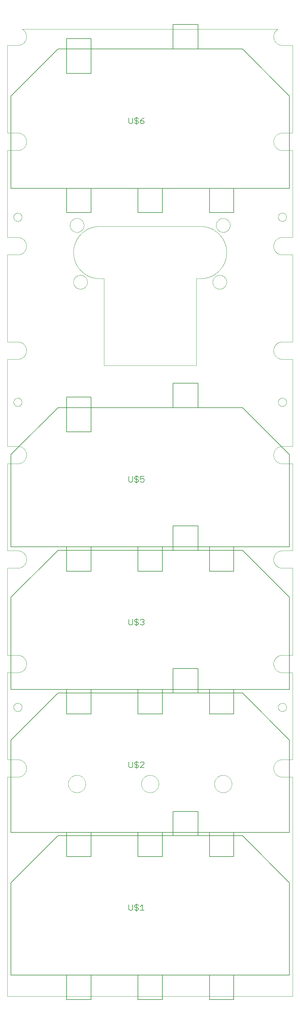
<source format=gto>
G75*
%MOIN*%
%OFA0B0*%
%FSLAX25Y25*%
%IPPOS*%
%LPD*%
%AMOC8*
5,1,8,0,0,1.08239X$1,22.5*
%
%ADD10C,0.00394*%
%ADD11C,0.00500*%
%ADD12C,0.00600*%
D10*
X0102215Y0071072D02*
X0425050Y0071072D01*
X0425050Y0319015D01*
X0413239Y0319015D01*
X0413239Y0319014D02*
X0412999Y0319017D01*
X0412760Y0319026D01*
X0412521Y0319040D01*
X0412282Y0319061D01*
X0412043Y0319087D01*
X0411806Y0319119D01*
X0411569Y0319157D01*
X0411333Y0319200D01*
X0411099Y0319249D01*
X0410866Y0319304D01*
X0410634Y0319365D01*
X0410403Y0319431D01*
X0410175Y0319503D01*
X0409948Y0319581D01*
X0409723Y0319663D01*
X0409500Y0319752D01*
X0409279Y0319846D01*
X0409061Y0319945D01*
X0408845Y0320049D01*
X0408632Y0320159D01*
X0408422Y0320273D01*
X0408214Y0320393D01*
X0408009Y0320518D01*
X0407808Y0320648D01*
X0407610Y0320783D01*
X0407415Y0320922D01*
X0407223Y0321066D01*
X0407035Y0321215D01*
X0406851Y0321368D01*
X0406671Y0321526D01*
X0406494Y0321688D01*
X0406321Y0321855D01*
X0406153Y0322025D01*
X0405989Y0322200D01*
X0405829Y0322378D01*
X0405673Y0322561D01*
X0405522Y0322747D01*
X0405376Y0322937D01*
X0405234Y0323130D01*
X0405097Y0323326D01*
X0404964Y0323526D01*
X0404837Y0323729D01*
X0404715Y0323935D01*
X0404597Y0324145D01*
X0404485Y0324356D01*
X0404378Y0324571D01*
X0404276Y0324788D01*
X0404180Y0325007D01*
X0404089Y0325229D01*
X0404003Y0325453D01*
X0403923Y0325679D01*
X0403849Y0325907D01*
X0403780Y0326136D01*
X0403716Y0326367D01*
X0403658Y0326600D01*
X0403606Y0326834D01*
X0403560Y0327069D01*
X0403519Y0327305D01*
X0403484Y0327543D01*
X0403455Y0327780D01*
X0403432Y0328019D01*
X0403414Y0328258D01*
X0403403Y0328498D01*
X0403397Y0328737D01*
X0403397Y0328977D01*
X0403403Y0329216D01*
X0403414Y0329456D01*
X0403432Y0329695D01*
X0403455Y0329934D01*
X0403484Y0330171D01*
X0403519Y0330409D01*
X0403560Y0330645D01*
X0403606Y0330880D01*
X0403658Y0331114D01*
X0403716Y0331347D01*
X0403780Y0331578D01*
X0403849Y0331807D01*
X0403923Y0332035D01*
X0404003Y0332261D01*
X0404089Y0332485D01*
X0404180Y0332707D01*
X0404276Y0332926D01*
X0404378Y0333143D01*
X0404485Y0333358D01*
X0404597Y0333569D01*
X0404715Y0333779D01*
X0404837Y0333985D01*
X0404964Y0334188D01*
X0405097Y0334388D01*
X0405234Y0334584D01*
X0405376Y0334777D01*
X0405522Y0334967D01*
X0405673Y0335153D01*
X0405829Y0335336D01*
X0405989Y0335514D01*
X0406153Y0335689D01*
X0406321Y0335859D01*
X0406494Y0336026D01*
X0406671Y0336188D01*
X0406851Y0336346D01*
X0407035Y0336499D01*
X0407223Y0336648D01*
X0407415Y0336792D01*
X0407610Y0336931D01*
X0407808Y0337066D01*
X0408009Y0337196D01*
X0408214Y0337321D01*
X0408422Y0337441D01*
X0408632Y0337555D01*
X0408845Y0337665D01*
X0409061Y0337769D01*
X0409279Y0337868D01*
X0409500Y0337962D01*
X0409723Y0338051D01*
X0409948Y0338133D01*
X0410175Y0338211D01*
X0410403Y0338283D01*
X0410634Y0338349D01*
X0410866Y0338410D01*
X0411099Y0338465D01*
X0411333Y0338514D01*
X0411569Y0338557D01*
X0411806Y0338595D01*
X0412043Y0338627D01*
X0412282Y0338653D01*
X0412521Y0338674D01*
X0412760Y0338688D01*
X0412999Y0338697D01*
X0413239Y0338700D01*
X0425050Y0338700D01*
X0425050Y0437125D01*
X0413239Y0437125D01*
X0413239Y0437124D02*
X0412999Y0437127D01*
X0412760Y0437136D01*
X0412521Y0437150D01*
X0412282Y0437171D01*
X0412043Y0437197D01*
X0411806Y0437229D01*
X0411569Y0437267D01*
X0411333Y0437310D01*
X0411099Y0437359D01*
X0410866Y0437414D01*
X0410634Y0437475D01*
X0410403Y0437541D01*
X0410175Y0437613D01*
X0409948Y0437691D01*
X0409723Y0437773D01*
X0409500Y0437862D01*
X0409279Y0437956D01*
X0409061Y0438055D01*
X0408845Y0438159D01*
X0408632Y0438269D01*
X0408422Y0438383D01*
X0408214Y0438503D01*
X0408009Y0438628D01*
X0407808Y0438758D01*
X0407610Y0438893D01*
X0407415Y0439032D01*
X0407223Y0439176D01*
X0407035Y0439325D01*
X0406851Y0439478D01*
X0406671Y0439636D01*
X0406494Y0439798D01*
X0406321Y0439965D01*
X0406153Y0440135D01*
X0405989Y0440310D01*
X0405829Y0440488D01*
X0405673Y0440671D01*
X0405522Y0440857D01*
X0405376Y0441047D01*
X0405234Y0441240D01*
X0405097Y0441436D01*
X0404964Y0441636D01*
X0404837Y0441839D01*
X0404715Y0442045D01*
X0404597Y0442255D01*
X0404485Y0442466D01*
X0404378Y0442681D01*
X0404276Y0442898D01*
X0404180Y0443117D01*
X0404089Y0443339D01*
X0404003Y0443563D01*
X0403923Y0443789D01*
X0403849Y0444017D01*
X0403780Y0444246D01*
X0403716Y0444477D01*
X0403658Y0444710D01*
X0403606Y0444944D01*
X0403560Y0445179D01*
X0403519Y0445415D01*
X0403484Y0445653D01*
X0403455Y0445890D01*
X0403432Y0446129D01*
X0403414Y0446368D01*
X0403403Y0446608D01*
X0403397Y0446847D01*
X0403397Y0447087D01*
X0403403Y0447326D01*
X0403414Y0447566D01*
X0403432Y0447805D01*
X0403455Y0448044D01*
X0403484Y0448281D01*
X0403519Y0448519D01*
X0403560Y0448755D01*
X0403606Y0448990D01*
X0403658Y0449224D01*
X0403716Y0449457D01*
X0403780Y0449688D01*
X0403849Y0449917D01*
X0403923Y0450145D01*
X0404003Y0450371D01*
X0404089Y0450595D01*
X0404180Y0450817D01*
X0404276Y0451036D01*
X0404378Y0451253D01*
X0404485Y0451468D01*
X0404597Y0451679D01*
X0404715Y0451889D01*
X0404837Y0452095D01*
X0404964Y0452298D01*
X0405097Y0452498D01*
X0405234Y0452694D01*
X0405376Y0452887D01*
X0405522Y0453077D01*
X0405673Y0453263D01*
X0405829Y0453446D01*
X0405989Y0453624D01*
X0406153Y0453799D01*
X0406321Y0453969D01*
X0406494Y0454136D01*
X0406671Y0454298D01*
X0406851Y0454456D01*
X0407035Y0454609D01*
X0407223Y0454758D01*
X0407415Y0454902D01*
X0407610Y0455041D01*
X0407808Y0455176D01*
X0408009Y0455306D01*
X0408214Y0455431D01*
X0408422Y0455551D01*
X0408632Y0455665D01*
X0408845Y0455775D01*
X0409061Y0455879D01*
X0409279Y0455978D01*
X0409500Y0456072D01*
X0409723Y0456161D01*
X0409948Y0456243D01*
X0410175Y0456321D01*
X0410403Y0456393D01*
X0410634Y0456459D01*
X0410866Y0456520D01*
X0411099Y0456575D01*
X0411333Y0456624D01*
X0411569Y0456667D01*
X0411806Y0456705D01*
X0412043Y0456737D01*
X0412282Y0456763D01*
X0412521Y0456784D01*
X0412760Y0456798D01*
X0412999Y0456807D01*
X0413239Y0456810D01*
X0425050Y0456810D01*
X0425050Y0555235D01*
X0413239Y0555235D01*
X0412999Y0555238D01*
X0412760Y0555247D01*
X0412521Y0555261D01*
X0412282Y0555282D01*
X0412043Y0555308D01*
X0411806Y0555340D01*
X0411569Y0555378D01*
X0411333Y0555421D01*
X0411099Y0555470D01*
X0410866Y0555525D01*
X0410634Y0555586D01*
X0410403Y0555652D01*
X0410175Y0555724D01*
X0409948Y0555802D01*
X0409723Y0555884D01*
X0409500Y0555973D01*
X0409279Y0556067D01*
X0409061Y0556166D01*
X0408845Y0556270D01*
X0408632Y0556380D01*
X0408422Y0556494D01*
X0408214Y0556614D01*
X0408009Y0556739D01*
X0407808Y0556869D01*
X0407610Y0557004D01*
X0407415Y0557143D01*
X0407223Y0557287D01*
X0407035Y0557436D01*
X0406851Y0557589D01*
X0406671Y0557747D01*
X0406494Y0557909D01*
X0406321Y0558076D01*
X0406153Y0558246D01*
X0405989Y0558421D01*
X0405829Y0558599D01*
X0405673Y0558782D01*
X0405522Y0558968D01*
X0405376Y0559158D01*
X0405234Y0559351D01*
X0405097Y0559547D01*
X0404964Y0559747D01*
X0404837Y0559950D01*
X0404715Y0560157D01*
X0404597Y0560366D01*
X0404485Y0560577D01*
X0404378Y0560792D01*
X0404276Y0561009D01*
X0404180Y0561228D01*
X0404089Y0561450D01*
X0404003Y0561674D01*
X0403923Y0561900D01*
X0403849Y0562128D01*
X0403780Y0562357D01*
X0403716Y0562588D01*
X0403658Y0562821D01*
X0403606Y0563055D01*
X0403560Y0563290D01*
X0403519Y0563526D01*
X0403484Y0563764D01*
X0403455Y0564001D01*
X0403432Y0564240D01*
X0403414Y0564479D01*
X0403403Y0564719D01*
X0403397Y0564958D01*
X0403397Y0565198D01*
X0403403Y0565437D01*
X0403414Y0565677D01*
X0403432Y0565916D01*
X0403455Y0566155D01*
X0403484Y0566392D01*
X0403519Y0566630D01*
X0403560Y0566866D01*
X0403606Y0567101D01*
X0403658Y0567335D01*
X0403716Y0567568D01*
X0403780Y0567799D01*
X0403849Y0568028D01*
X0403923Y0568256D01*
X0404003Y0568482D01*
X0404089Y0568706D01*
X0404180Y0568928D01*
X0404276Y0569147D01*
X0404378Y0569364D01*
X0404485Y0569579D01*
X0404597Y0569790D01*
X0404715Y0570000D01*
X0404837Y0570206D01*
X0404964Y0570409D01*
X0405097Y0570609D01*
X0405234Y0570805D01*
X0405376Y0570998D01*
X0405522Y0571188D01*
X0405673Y0571374D01*
X0405829Y0571557D01*
X0405989Y0571735D01*
X0406153Y0571910D01*
X0406321Y0572080D01*
X0406494Y0572247D01*
X0406671Y0572409D01*
X0406851Y0572567D01*
X0407035Y0572720D01*
X0407223Y0572869D01*
X0407415Y0573013D01*
X0407610Y0573152D01*
X0407808Y0573287D01*
X0408009Y0573417D01*
X0408214Y0573542D01*
X0408422Y0573662D01*
X0408632Y0573776D01*
X0408845Y0573886D01*
X0409061Y0573990D01*
X0409279Y0574089D01*
X0409500Y0574183D01*
X0409723Y0574272D01*
X0409948Y0574354D01*
X0410175Y0574432D01*
X0410403Y0574504D01*
X0410634Y0574570D01*
X0410866Y0574631D01*
X0411099Y0574686D01*
X0411333Y0574735D01*
X0411569Y0574778D01*
X0411806Y0574816D01*
X0412043Y0574848D01*
X0412282Y0574874D01*
X0412521Y0574895D01*
X0412760Y0574909D01*
X0412999Y0574918D01*
X0413239Y0574921D01*
X0413239Y0574920D02*
X0425050Y0574920D01*
X0425050Y0673345D01*
X0413239Y0673345D01*
X0412999Y0673348D01*
X0412760Y0673357D01*
X0412521Y0673371D01*
X0412282Y0673392D01*
X0412043Y0673418D01*
X0411806Y0673450D01*
X0411569Y0673488D01*
X0411333Y0673531D01*
X0411099Y0673580D01*
X0410866Y0673635D01*
X0410634Y0673696D01*
X0410403Y0673762D01*
X0410175Y0673834D01*
X0409948Y0673912D01*
X0409723Y0673994D01*
X0409500Y0674083D01*
X0409279Y0674177D01*
X0409061Y0674276D01*
X0408845Y0674380D01*
X0408632Y0674490D01*
X0408422Y0674604D01*
X0408214Y0674724D01*
X0408009Y0674849D01*
X0407808Y0674979D01*
X0407610Y0675114D01*
X0407415Y0675253D01*
X0407223Y0675397D01*
X0407035Y0675546D01*
X0406851Y0675699D01*
X0406671Y0675857D01*
X0406494Y0676019D01*
X0406321Y0676186D01*
X0406153Y0676356D01*
X0405989Y0676531D01*
X0405829Y0676709D01*
X0405673Y0676892D01*
X0405522Y0677078D01*
X0405376Y0677268D01*
X0405234Y0677461D01*
X0405097Y0677657D01*
X0404964Y0677857D01*
X0404837Y0678060D01*
X0404715Y0678267D01*
X0404597Y0678476D01*
X0404485Y0678687D01*
X0404378Y0678902D01*
X0404276Y0679119D01*
X0404180Y0679338D01*
X0404089Y0679560D01*
X0404003Y0679784D01*
X0403923Y0680010D01*
X0403849Y0680238D01*
X0403780Y0680467D01*
X0403716Y0680698D01*
X0403658Y0680931D01*
X0403606Y0681165D01*
X0403560Y0681400D01*
X0403519Y0681636D01*
X0403484Y0681874D01*
X0403455Y0682111D01*
X0403432Y0682350D01*
X0403414Y0682589D01*
X0403403Y0682829D01*
X0403397Y0683068D01*
X0403397Y0683308D01*
X0403403Y0683547D01*
X0403414Y0683787D01*
X0403432Y0684026D01*
X0403455Y0684265D01*
X0403484Y0684502D01*
X0403519Y0684740D01*
X0403560Y0684976D01*
X0403606Y0685211D01*
X0403658Y0685445D01*
X0403716Y0685678D01*
X0403780Y0685909D01*
X0403849Y0686138D01*
X0403923Y0686366D01*
X0404003Y0686592D01*
X0404089Y0686816D01*
X0404180Y0687038D01*
X0404276Y0687257D01*
X0404378Y0687474D01*
X0404485Y0687689D01*
X0404597Y0687900D01*
X0404715Y0688110D01*
X0404837Y0688316D01*
X0404964Y0688519D01*
X0405097Y0688719D01*
X0405234Y0688915D01*
X0405376Y0689108D01*
X0405522Y0689298D01*
X0405673Y0689484D01*
X0405829Y0689667D01*
X0405989Y0689845D01*
X0406153Y0690020D01*
X0406321Y0690190D01*
X0406494Y0690357D01*
X0406671Y0690519D01*
X0406851Y0690677D01*
X0407035Y0690830D01*
X0407223Y0690979D01*
X0407415Y0691123D01*
X0407610Y0691262D01*
X0407808Y0691397D01*
X0408009Y0691527D01*
X0408214Y0691652D01*
X0408422Y0691772D01*
X0408632Y0691886D01*
X0408845Y0691996D01*
X0409061Y0692100D01*
X0409279Y0692199D01*
X0409500Y0692293D01*
X0409723Y0692382D01*
X0409948Y0692464D01*
X0410175Y0692542D01*
X0410403Y0692614D01*
X0410634Y0692680D01*
X0410866Y0692741D01*
X0411099Y0692796D01*
X0411333Y0692845D01*
X0411569Y0692888D01*
X0411806Y0692926D01*
X0412043Y0692958D01*
X0412282Y0692984D01*
X0412521Y0693005D01*
X0412760Y0693019D01*
X0412999Y0693028D01*
X0413239Y0693031D01*
X0413239Y0693030D02*
X0425050Y0693030D01*
X0425050Y0791456D01*
X0413239Y0791456D01*
X0413239Y0791455D02*
X0412999Y0791458D01*
X0412760Y0791467D01*
X0412521Y0791481D01*
X0412282Y0791502D01*
X0412043Y0791528D01*
X0411806Y0791560D01*
X0411569Y0791598D01*
X0411333Y0791641D01*
X0411099Y0791690D01*
X0410866Y0791745D01*
X0410634Y0791806D01*
X0410403Y0791872D01*
X0410175Y0791944D01*
X0409948Y0792022D01*
X0409723Y0792104D01*
X0409500Y0792193D01*
X0409279Y0792287D01*
X0409061Y0792386D01*
X0408845Y0792490D01*
X0408632Y0792600D01*
X0408422Y0792714D01*
X0408214Y0792834D01*
X0408009Y0792959D01*
X0407808Y0793089D01*
X0407610Y0793224D01*
X0407415Y0793363D01*
X0407223Y0793507D01*
X0407035Y0793656D01*
X0406851Y0793809D01*
X0406671Y0793967D01*
X0406494Y0794129D01*
X0406321Y0794296D01*
X0406153Y0794466D01*
X0405989Y0794641D01*
X0405829Y0794819D01*
X0405673Y0795002D01*
X0405522Y0795188D01*
X0405376Y0795378D01*
X0405234Y0795571D01*
X0405097Y0795767D01*
X0404964Y0795967D01*
X0404837Y0796170D01*
X0404715Y0796377D01*
X0404597Y0796586D01*
X0404485Y0796797D01*
X0404378Y0797012D01*
X0404276Y0797229D01*
X0404180Y0797448D01*
X0404089Y0797670D01*
X0404003Y0797894D01*
X0403923Y0798120D01*
X0403849Y0798348D01*
X0403780Y0798577D01*
X0403716Y0798808D01*
X0403658Y0799041D01*
X0403606Y0799275D01*
X0403560Y0799510D01*
X0403519Y0799746D01*
X0403484Y0799984D01*
X0403455Y0800221D01*
X0403432Y0800460D01*
X0403414Y0800699D01*
X0403403Y0800939D01*
X0403397Y0801178D01*
X0403397Y0801418D01*
X0403403Y0801657D01*
X0403414Y0801897D01*
X0403432Y0802136D01*
X0403455Y0802375D01*
X0403484Y0802612D01*
X0403519Y0802850D01*
X0403560Y0803086D01*
X0403606Y0803321D01*
X0403658Y0803555D01*
X0403716Y0803788D01*
X0403780Y0804019D01*
X0403849Y0804248D01*
X0403923Y0804476D01*
X0404003Y0804702D01*
X0404089Y0804926D01*
X0404180Y0805148D01*
X0404276Y0805367D01*
X0404378Y0805584D01*
X0404485Y0805799D01*
X0404597Y0806010D01*
X0404715Y0806220D01*
X0404837Y0806426D01*
X0404964Y0806629D01*
X0405097Y0806829D01*
X0405234Y0807025D01*
X0405376Y0807218D01*
X0405522Y0807408D01*
X0405673Y0807594D01*
X0405829Y0807777D01*
X0405989Y0807955D01*
X0406153Y0808130D01*
X0406321Y0808300D01*
X0406494Y0808467D01*
X0406671Y0808629D01*
X0406851Y0808787D01*
X0407035Y0808940D01*
X0407223Y0809089D01*
X0407415Y0809233D01*
X0407610Y0809372D01*
X0407808Y0809507D01*
X0408009Y0809637D01*
X0408214Y0809762D01*
X0408422Y0809882D01*
X0408632Y0809996D01*
X0408845Y0810106D01*
X0409061Y0810210D01*
X0409279Y0810309D01*
X0409500Y0810403D01*
X0409723Y0810492D01*
X0409948Y0810574D01*
X0410175Y0810652D01*
X0410403Y0810724D01*
X0410634Y0810790D01*
X0410866Y0810851D01*
X0411099Y0810906D01*
X0411333Y0810955D01*
X0411569Y0810998D01*
X0411806Y0811036D01*
X0412043Y0811068D01*
X0412282Y0811094D01*
X0412521Y0811115D01*
X0412760Y0811129D01*
X0412999Y0811138D01*
X0413239Y0811141D01*
X0425050Y0811141D01*
X0425050Y0909566D01*
X0413239Y0909566D01*
X0413239Y0909565D02*
X0412999Y0909568D01*
X0412760Y0909577D01*
X0412521Y0909591D01*
X0412282Y0909612D01*
X0412043Y0909638D01*
X0411806Y0909670D01*
X0411569Y0909708D01*
X0411333Y0909751D01*
X0411099Y0909800D01*
X0410866Y0909855D01*
X0410634Y0909916D01*
X0410403Y0909982D01*
X0410175Y0910054D01*
X0409948Y0910132D01*
X0409723Y0910214D01*
X0409500Y0910303D01*
X0409279Y0910397D01*
X0409061Y0910496D01*
X0408845Y0910600D01*
X0408632Y0910710D01*
X0408422Y0910824D01*
X0408214Y0910944D01*
X0408009Y0911069D01*
X0407808Y0911199D01*
X0407610Y0911334D01*
X0407415Y0911473D01*
X0407223Y0911617D01*
X0407035Y0911766D01*
X0406851Y0911919D01*
X0406671Y0912077D01*
X0406494Y0912239D01*
X0406321Y0912406D01*
X0406153Y0912576D01*
X0405989Y0912751D01*
X0405829Y0912929D01*
X0405673Y0913112D01*
X0405522Y0913298D01*
X0405376Y0913488D01*
X0405234Y0913681D01*
X0405097Y0913877D01*
X0404964Y0914077D01*
X0404837Y0914280D01*
X0404715Y0914487D01*
X0404597Y0914696D01*
X0404485Y0914907D01*
X0404378Y0915122D01*
X0404276Y0915339D01*
X0404180Y0915558D01*
X0404089Y0915780D01*
X0404003Y0916004D01*
X0403923Y0916230D01*
X0403849Y0916458D01*
X0403780Y0916687D01*
X0403716Y0916918D01*
X0403658Y0917151D01*
X0403606Y0917385D01*
X0403560Y0917620D01*
X0403519Y0917856D01*
X0403484Y0918094D01*
X0403455Y0918331D01*
X0403432Y0918570D01*
X0403414Y0918809D01*
X0403403Y0919049D01*
X0403397Y0919288D01*
X0403397Y0919528D01*
X0403403Y0919767D01*
X0403414Y0920007D01*
X0403432Y0920246D01*
X0403455Y0920485D01*
X0403484Y0920722D01*
X0403519Y0920960D01*
X0403560Y0921196D01*
X0403606Y0921431D01*
X0403658Y0921665D01*
X0403716Y0921898D01*
X0403780Y0922129D01*
X0403849Y0922358D01*
X0403923Y0922586D01*
X0404003Y0922812D01*
X0404089Y0923036D01*
X0404180Y0923258D01*
X0404276Y0923477D01*
X0404378Y0923694D01*
X0404485Y0923909D01*
X0404597Y0924120D01*
X0404715Y0924330D01*
X0404837Y0924536D01*
X0404964Y0924739D01*
X0405097Y0924939D01*
X0405234Y0925135D01*
X0405376Y0925328D01*
X0405522Y0925518D01*
X0405673Y0925704D01*
X0405829Y0925887D01*
X0405989Y0926065D01*
X0406153Y0926240D01*
X0406321Y0926410D01*
X0406494Y0926577D01*
X0406671Y0926739D01*
X0406851Y0926897D01*
X0407035Y0927050D01*
X0407223Y0927199D01*
X0407415Y0927343D01*
X0407610Y0927482D01*
X0407808Y0927617D01*
X0408009Y0927747D01*
X0408214Y0927872D01*
X0408422Y0927992D01*
X0408632Y0928106D01*
X0408845Y0928216D01*
X0409061Y0928320D01*
X0409279Y0928419D01*
X0409500Y0928513D01*
X0409723Y0928602D01*
X0409948Y0928684D01*
X0410175Y0928762D01*
X0410403Y0928834D01*
X0410634Y0928900D01*
X0410866Y0928961D01*
X0411099Y0929016D01*
X0411333Y0929065D01*
X0411569Y0929108D01*
X0411806Y0929146D01*
X0412043Y0929178D01*
X0412282Y0929204D01*
X0412521Y0929225D01*
X0412760Y0929239D01*
X0412999Y0929248D01*
X0413239Y0929251D01*
X0425050Y0929251D01*
X0425050Y1027676D01*
X0413239Y1027676D01*
X0412999Y1027679D01*
X0412760Y1027688D01*
X0412521Y1027702D01*
X0412282Y1027723D01*
X0412043Y1027749D01*
X0411806Y1027781D01*
X0411569Y1027819D01*
X0411333Y1027862D01*
X0411099Y1027911D01*
X0410866Y1027966D01*
X0410634Y1028027D01*
X0410403Y1028093D01*
X0410175Y1028165D01*
X0409948Y1028243D01*
X0409723Y1028325D01*
X0409500Y1028414D01*
X0409279Y1028508D01*
X0409061Y1028607D01*
X0408845Y1028711D01*
X0408632Y1028821D01*
X0408422Y1028935D01*
X0408214Y1029055D01*
X0408009Y1029180D01*
X0407808Y1029310D01*
X0407610Y1029445D01*
X0407415Y1029584D01*
X0407223Y1029728D01*
X0407035Y1029877D01*
X0406851Y1030030D01*
X0406671Y1030188D01*
X0406494Y1030350D01*
X0406321Y1030517D01*
X0406153Y1030687D01*
X0405989Y1030862D01*
X0405829Y1031040D01*
X0405673Y1031223D01*
X0405522Y1031409D01*
X0405376Y1031599D01*
X0405234Y1031792D01*
X0405097Y1031988D01*
X0404964Y1032188D01*
X0404837Y1032391D01*
X0404715Y1032598D01*
X0404597Y1032807D01*
X0404485Y1033018D01*
X0404378Y1033233D01*
X0404276Y1033450D01*
X0404180Y1033669D01*
X0404089Y1033891D01*
X0404003Y1034115D01*
X0403923Y1034341D01*
X0403849Y1034569D01*
X0403780Y1034798D01*
X0403716Y1035029D01*
X0403658Y1035262D01*
X0403606Y1035496D01*
X0403560Y1035731D01*
X0403519Y1035967D01*
X0403484Y1036205D01*
X0403455Y1036442D01*
X0403432Y1036681D01*
X0403414Y1036920D01*
X0403403Y1037160D01*
X0403397Y1037399D01*
X0403397Y1037639D01*
X0403403Y1037878D01*
X0403414Y1038118D01*
X0403432Y1038357D01*
X0403455Y1038596D01*
X0403484Y1038833D01*
X0403519Y1039071D01*
X0403560Y1039307D01*
X0403606Y1039542D01*
X0403658Y1039776D01*
X0403716Y1040009D01*
X0403780Y1040240D01*
X0403849Y1040469D01*
X0403923Y1040697D01*
X0404003Y1040923D01*
X0404089Y1041147D01*
X0404180Y1041369D01*
X0404276Y1041588D01*
X0404378Y1041805D01*
X0404485Y1042020D01*
X0404597Y1042231D01*
X0404715Y1042441D01*
X0404837Y1042647D01*
X0404964Y1042850D01*
X0405097Y1043050D01*
X0405234Y1043246D01*
X0405376Y1043439D01*
X0405522Y1043629D01*
X0405673Y1043815D01*
X0405829Y1043998D01*
X0405989Y1044176D01*
X0406153Y1044351D01*
X0406321Y1044521D01*
X0406494Y1044688D01*
X0406671Y1044850D01*
X0406851Y1045008D01*
X0407035Y1045161D01*
X0407223Y1045310D01*
X0407415Y1045454D01*
X0407610Y1045593D01*
X0407808Y1045728D01*
X0408009Y1045858D01*
X0408214Y1045983D01*
X0408422Y1046103D01*
X0408632Y1046217D01*
X0408845Y1046327D01*
X0409061Y1046431D01*
X0409279Y1046530D01*
X0409500Y1046624D01*
X0409723Y1046713D01*
X0409948Y1046795D01*
X0410175Y1046873D01*
X0410403Y1046945D01*
X0410634Y1047011D01*
X0410866Y1047072D01*
X0411099Y1047127D01*
X0411333Y1047176D01*
X0411569Y1047219D01*
X0411806Y1047257D01*
X0412043Y1047289D01*
X0412282Y1047315D01*
X0412521Y1047336D01*
X0412760Y1047350D01*
X0412999Y1047359D01*
X0413239Y1047362D01*
X0413239Y1047361D02*
X0425050Y1047361D01*
X0425050Y1146466D01*
X0413239Y1146466D01*
X0413239Y1146465D02*
X0412999Y1146468D01*
X0412760Y1146477D01*
X0412520Y1146491D01*
X0412282Y1146512D01*
X0412043Y1146538D01*
X0411806Y1146570D01*
X0411569Y1146608D01*
X0411333Y1146651D01*
X0411099Y1146701D01*
X0410865Y1146756D01*
X0410633Y1146816D01*
X0410403Y1146882D01*
X0410174Y1146954D01*
X0409947Y1147032D01*
X0409722Y1147115D01*
X0409500Y1147203D01*
X0409279Y1147297D01*
X0409061Y1147396D01*
X0408845Y1147500D01*
X0408632Y1147610D01*
X0408421Y1147725D01*
X0408214Y1147845D01*
X0408009Y1147969D01*
X0407807Y1148099D01*
X0407609Y1148234D01*
X0407414Y1148373D01*
X0407223Y1148518D01*
X0407035Y1148667D01*
X0406851Y1148820D01*
X0406670Y1148978D01*
X0406494Y1149140D01*
X0406321Y1149306D01*
X0406152Y1149477D01*
X0405988Y1149651D01*
X0405828Y1149830D01*
X0405673Y1150012D01*
X0405522Y1150198D01*
X0405375Y1150388D01*
X0405233Y1150581D01*
X0405096Y1150778D01*
X0404964Y1150978D01*
X0404837Y1151181D01*
X0404714Y1151387D01*
X0404597Y1151596D01*
X0404485Y1151808D01*
X0404378Y1152023D01*
X0404276Y1152240D01*
X0404180Y1152459D01*
X0404089Y1152681D01*
X0404003Y1152905D01*
X0403923Y1153131D01*
X0403848Y1153359D01*
X0403779Y1153588D01*
X0403716Y1153820D01*
X0403658Y1154052D01*
X0403606Y1154286D01*
X0403559Y1154521D01*
X0403519Y1154758D01*
X0403484Y1154995D01*
X0403455Y1155233D01*
X0403432Y1155471D01*
X0403414Y1155710D01*
X0403403Y1155950D01*
X0403397Y1156190D01*
X0403397Y1156429D01*
X0403403Y1156669D01*
X0403414Y1156908D01*
X0403432Y1157148D01*
X0403455Y1157386D01*
X0403484Y1157624D01*
X0403519Y1157861D01*
X0403560Y1158097D01*
X0403606Y1158333D01*
X0403659Y1158567D01*
X0403716Y1158799D01*
X0403780Y1159030D01*
X0403849Y1159260D01*
X0403924Y1159488D01*
X0404004Y1159714D01*
X0404090Y1159938D01*
X0404181Y1160159D01*
X0404277Y1160379D01*
X0404379Y1160596D01*
X0404486Y1160810D01*
X0404598Y1161022D01*
X0404716Y1161231D01*
X0404838Y1161437D01*
X0404966Y1161640D01*
X0405098Y1161840D01*
X0405235Y1162037D01*
X0405377Y1162230D01*
X0405523Y1162420D01*
X0405675Y1162606D01*
X0405830Y1162788D01*
X0405990Y1162967D01*
X0406155Y1163141D01*
X0406323Y1163312D01*
X0406496Y1163478D01*
X0406672Y1163640D01*
X0406853Y1163798D01*
X0407037Y1163951D01*
X0407225Y1164100D01*
X0407417Y1164244D01*
X0407612Y1164384D01*
X0407810Y1164518D01*
X0408011Y1164648D01*
X0408216Y1164773D01*
X0119049Y1164773D01*
X0119254Y1164648D01*
X0119455Y1164518D01*
X0119653Y1164384D01*
X0119848Y1164244D01*
X0120040Y1164100D01*
X0120228Y1163951D01*
X0120412Y1163798D01*
X0120593Y1163640D01*
X0120769Y1163478D01*
X0120942Y1163312D01*
X0121110Y1163141D01*
X0121275Y1162967D01*
X0121435Y1162788D01*
X0121590Y1162606D01*
X0121742Y1162420D01*
X0121888Y1162230D01*
X0122030Y1162037D01*
X0122167Y1161840D01*
X0122299Y1161640D01*
X0122427Y1161437D01*
X0122549Y1161231D01*
X0122667Y1161022D01*
X0122779Y1160810D01*
X0122886Y1160596D01*
X0122988Y1160379D01*
X0123084Y1160159D01*
X0123175Y1159938D01*
X0123261Y1159714D01*
X0123341Y1159488D01*
X0123416Y1159260D01*
X0123485Y1159030D01*
X0123549Y1158799D01*
X0123606Y1158567D01*
X0123659Y1158333D01*
X0123705Y1158097D01*
X0123746Y1157861D01*
X0123781Y1157624D01*
X0123810Y1157386D01*
X0123833Y1157148D01*
X0123851Y1156908D01*
X0123862Y1156669D01*
X0123868Y1156429D01*
X0123868Y1156190D01*
X0123862Y1155950D01*
X0123851Y1155710D01*
X0123833Y1155471D01*
X0123810Y1155233D01*
X0123781Y1154995D01*
X0123746Y1154758D01*
X0123706Y1154521D01*
X0123659Y1154286D01*
X0123607Y1154052D01*
X0123549Y1153820D01*
X0123486Y1153588D01*
X0123417Y1153359D01*
X0123342Y1153131D01*
X0123262Y1152905D01*
X0123176Y1152681D01*
X0123085Y1152459D01*
X0122989Y1152240D01*
X0122887Y1152023D01*
X0122780Y1151808D01*
X0122668Y1151596D01*
X0122551Y1151387D01*
X0122428Y1151181D01*
X0122301Y1150978D01*
X0122169Y1150778D01*
X0122032Y1150581D01*
X0121890Y1150388D01*
X0121743Y1150198D01*
X0121592Y1150012D01*
X0121437Y1149830D01*
X0121277Y1149651D01*
X0121113Y1149477D01*
X0120944Y1149306D01*
X0120771Y1149140D01*
X0120595Y1148978D01*
X0120414Y1148820D01*
X0120230Y1148667D01*
X0120042Y1148518D01*
X0119851Y1148373D01*
X0119656Y1148234D01*
X0119458Y1148099D01*
X0119256Y1147969D01*
X0119051Y1147845D01*
X0118844Y1147725D01*
X0118633Y1147610D01*
X0118420Y1147500D01*
X0118204Y1147396D01*
X0117986Y1147297D01*
X0117765Y1147203D01*
X0117543Y1147115D01*
X0117318Y1147032D01*
X0117091Y1146954D01*
X0116862Y1146882D01*
X0116632Y1146816D01*
X0116400Y1146756D01*
X0116166Y1146701D01*
X0115932Y1146651D01*
X0115696Y1146608D01*
X0115459Y1146570D01*
X0115222Y1146538D01*
X0114983Y1146512D01*
X0114745Y1146491D01*
X0114505Y1146477D01*
X0114266Y1146468D01*
X0114026Y1146465D01*
X0114026Y1146466D02*
X0102215Y1146466D01*
X0102215Y1047361D01*
X0114026Y1047361D01*
X0114026Y1047362D02*
X0114266Y1047359D01*
X0114505Y1047350D01*
X0114744Y1047336D01*
X0114983Y1047315D01*
X0115222Y1047289D01*
X0115459Y1047257D01*
X0115696Y1047219D01*
X0115932Y1047176D01*
X0116166Y1047127D01*
X0116399Y1047072D01*
X0116631Y1047011D01*
X0116862Y1046945D01*
X0117090Y1046873D01*
X0117317Y1046795D01*
X0117542Y1046713D01*
X0117765Y1046624D01*
X0117986Y1046530D01*
X0118204Y1046431D01*
X0118420Y1046327D01*
X0118633Y1046217D01*
X0118843Y1046103D01*
X0119051Y1045983D01*
X0119256Y1045858D01*
X0119457Y1045728D01*
X0119655Y1045593D01*
X0119850Y1045454D01*
X0120042Y1045310D01*
X0120230Y1045161D01*
X0120414Y1045008D01*
X0120594Y1044850D01*
X0120771Y1044688D01*
X0120944Y1044521D01*
X0121112Y1044351D01*
X0121276Y1044176D01*
X0121436Y1043998D01*
X0121592Y1043815D01*
X0121743Y1043629D01*
X0121889Y1043439D01*
X0122031Y1043246D01*
X0122168Y1043050D01*
X0122301Y1042850D01*
X0122428Y1042647D01*
X0122550Y1042441D01*
X0122668Y1042231D01*
X0122780Y1042020D01*
X0122887Y1041805D01*
X0122989Y1041588D01*
X0123085Y1041369D01*
X0123176Y1041147D01*
X0123262Y1040923D01*
X0123342Y1040697D01*
X0123416Y1040469D01*
X0123485Y1040240D01*
X0123549Y1040009D01*
X0123607Y1039776D01*
X0123659Y1039542D01*
X0123705Y1039307D01*
X0123746Y1039071D01*
X0123781Y1038833D01*
X0123810Y1038596D01*
X0123833Y1038357D01*
X0123851Y1038118D01*
X0123862Y1037878D01*
X0123868Y1037639D01*
X0123868Y1037399D01*
X0123862Y1037160D01*
X0123851Y1036920D01*
X0123833Y1036681D01*
X0123810Y1036442D01*
X0123781Y1036205D01*
X0123746Y1035967D01*
X0123705Y1035731D01*
X0123659Y1035496D01*
X0123607Y1035262D01*
X0123549Y1035029D01*
X0123485Y1034798D01*
X0123416Y1034569D01*
X0123342Y1034341D01*
X0123262Y1034115D01*
X0123176Y1033891D01*
X0123085Y1033669D01*
X0122989Y1033450D01*
X0122887Y1033233D01*
X0122780Y1033018D01*
X0122668Y1032807D01*
X0122550Y1032598D01*
X0122428Y1032391D01*
X0122301Y1032188D01*
X0122168Y1031988D01*
X0122031Y1031792D01*
X0121889Y1031599D01*
X0121743Y1031409D01*
X0121592Y1031223D01*
X0121436Y1031040D01*
X0121276Y1030862D01*
X0121112Y1030687D01*
X0120944Y1030517D01*
X0120771Y1030350D01*
X0120594Y1030188D01*
X0120414Y1030030D01*
X0120230Y1029877D01*
X0120042Y1029728D01*
X0119850Y1029584D01*
X0119655Y1029445D01*
X0119457Y1029310D01*
X0119256Y1029180D01*
X0119051Y1029055D01*
X0118843Y1028935D01*
X0118633Y1028821D01*
X0118420Y1028711D01*
X0118204Y1028607D01*
X0117986Y1028508D01*
X0117765Y1028414D01*
X0117542Y1028325D01*
X0117317Y1028243D01*
X0117090Y1028165D01*
X0116862Y1028093D01*
X0116631Y1028027D01*
X0116399Y1027966D01*
X0116166Y1027911D01*
X0115932Y1027862D01*
X0115696Y1027819D01*
X0115459Y1027781D01*
X0115222Y1027749D01*
X0114983Y1027723D01*
X0114744Y1027702D01*
X0114505Y1027688D01*
X0114266Y1027679D01*
X0114026Y1027676D01*
X0102215Y1027676D01*
X0102215Y0929251D01*
X0114026Y0929251D01*
X0114266Y0929248D01*
X0114505Y0929239D01*
X0114744Y0929225D01*
X0114983Y0929204D01*
X0115222Y0929178D01*
X0115459Y0929146D01*
X0115696Y0929108D01*
X0115932Y0929065D01*
X0116166Y0929016D01*
X0116399Y0928961D01*
X0116631Y0928900D01*
X0116862Y0928834D01*
X0117090Y0928762D01*
X0117317Y0928684D01*
X0117542Y0928602D01*
X0117765Y0928513D01*
X0117986Y0928419D01*
X0118204Y0928320D01*
X0118420Y0928216D01*
X0118633Y0928106D01*
X0118843Y0927992D01*
X0119051Y0927872D01*
X0119256Y0927747D01*
X0119457Y0927617D01*
X0119655Y0927482D01*
X0119850Y0927343D01*
X0120042Y0927199D01*
X0120230Y0927050D01*
X0120414Y0926897D01*
X0120594Y0926739D01*
X0120771Y0926577D01*
X0120944Y0926410D01*
X0121112Y0926240D01*
X0121276Y0926065D01*
X0121436Y0925887D01*
X0121592Y0925704D01*
X0121743Y0925518D01*
X0121889Y0925328D01*
X0122031Y0925135D01*
X0122168Y0924939D01*
X0122301Y0924739D01*
X0122428Y0924536D01*
X0122550Y0924330D01*
X0122668Y0924120D01*
X0122780Y0923909D01*
X0122887Y0923694D01*
X0122989Y0923477D01*
X0123085Y0923258D01*
X0123176Y0923036D01*
X0123262Y0922812D01*
X0123342Y0922586D01*
X0123416Y0922358D01*
X0123485Y0922129D01*
X0123549Y0921898D01*
X0123607Y0921665D01*
X0123659Y0921431D01*
X0123705Y0921196D01*
X0123746Y0920960D01*
X0123781Y0920722D01*
X0123810Y0920485D01*
X0123833Y0920246D01*
X0123851Y0920007D01*
X0123862Y0919767D01*
X0123868Y0919528D01*
X0123868Y0919288D01*
X0123862Y0919049D01*
X0123851Y0918809D01*
X0123833Y0918570D01*
X0123810Y0918331D01*
X0123781Y0918094D01*
X0123746Y0917856D01*
X0123705Y0917620D01*
X0123659Y0917385D01*
X0123607Y0917151D01*
X0123549Y0916918D01*
X0123485Y0916687D01*
X0123416Y0916458D01*
X0123342Y0916230D01*
X0123262Y0916004D01*
X0123176Y0915780D01*
X0123085Y0915558D01*
X0122989Y0915339D01*
X0122887Y0915122D01*
X0122780Y0914907D01*
X0122668Y0914696D01*
X0122550Y0914487D01*
X0122428Y0914280D01*
X0122301Y0914077D01*
X0122168Y0913877D01*
X0122031Y0913681D01*
X0121889Y0913488D01*
X0121743Y0913298D01*
X0121592Y0913112D01*
X0121436Y0912929D01*
X0121276Y0912751D01*
X0121112Y0912576D01*
X0120944Y0912406D01*
X0120771Y0912239D01*
X0120594Y0912077D01*
X0120414Y0911919D01*
X0120230Y0911766D01*
X0120042Y0911617D01*
X0119850Y0911473D01*
X0119655Y0911334D01*
X0119457Y0911199D01*
X0119256Y0911069D01*
X0119051Y0910944D01*
X0118843Y0910824D01*
X0118633Y0910710D01*
X0118420Y0910600D01*
X0118204Y0910496D01*
X0117986Y0910397D01*
X0117765Y0910303D01*
X0117542Y0910214D01*
X0117317Y0910132D01*
X0117090Y0910054D01*
X0116862Y0909982D01*
X0116631Y0909916D01*
X0116399Y0909855D01*
X0116166Y0909800D01*
X0115932Y0909751D01*
X0115696Y0909708D01*
X0115459Y0909670D01*
X0115222Y0909638D01*
X0114983Y0909612D01*
X0114744Y0909591D01*
X0114505Y0909577D01*
X0114266Y0909568D01*
X0114026Y0909565D01*
X0114026Y0909566D02*
X0102215Y0909566D01*
X0102215Y0811141D01*
X0114026Y0811141D01*
X0114266Y0811138D01*
X0114505Y0811129D01*
X0114744Y0811115D01*
X0114983Y0811094D01*
X0115222Y0811068D01*
X0115459Y0811036D01*
X0115696Y0810998D01*
X0115932Y0810955D01*
X0116166Y0810906D01*
X0116399Y0810851D01*
X0116631Y0810790D01*
X0116862Y0810724D01*
X0117090Y0810652D01*
X0117317Y0810574D01*
X0117542Y0810492D01*
X0117765Y0810403D01*
X0117986Y0810309D01*
X0118204Y0810210D01*
X0118420Y0810106D01*
X0118633Y0809996D01*
X0118843Y0809882D01*
X0119051Y0809762D01*
X0119256Y0809637D01*
X0119457Y0809507D01*
X0119655Y0809372D01*
X0119850Y0809233D01*
X0120042Y0809089D01*
X0120230Y0808940D01*
X0120414Y0808787D01*
X0120594Y0808629D01*
X0120771Y0808467D01*
X0120944Y0808300D01*
X0121112Y0808130D01*
X0121276Y0807955D01*
X0121436Y0807777D01*
X0121592Y0807594D01*
X0121743Y0807408D01*
X0121889Y0807218D01*
X0122031Y0807025D01*
X0122168Y0806829D01*
X0122301Y0806629D01*
X0122428Y0806426D01*
X0122550Y0806220D01*
X0122668Y0806010D01*
X0122780Y0805799D01*
X0122887Y0805584D01*
X0122989Y0805367D01*
X0123085Y0805148D01*
X0123176Y0804926D01*
X0123262Y0804702D01*
X0123342Y0804476D01*
X0123416Y0804248D01*
X0123485Y0804019D01*
X0123549Y0803788D01*
X0123607Y0803555D01*
X0123659Y0803321D01*
X0123705Y0803086D01*
X0123746Y0802850D01*
X0123781Y0802612D01*
X0123810Y0802375D01*
X0123833Y0802136D01*
X0123851Y0801897D01*
X0123862Y0801657D01*
X0123868Y0801418D01*
X0123868Y0801178D01*
X0123862Y0800939D01*
X0123851Y0800699D01*
X0123833Y0800460D01*
X0123810Y0800221D01*
X0123781Y0799984D01*
X0123746Y0799746D01*
X0123705Y0799510D01*
X0123659Y0799275D01*
X0123607Y0799041D01*
X0123549Y0798808D01*
X0123485Y0798577D01*
X0123416Y0798348D01*
X0123342Y0798120D01*
X0123262Y0797894D01*
X0123176Y0797670D01*
X0123085Y0797448D01*
X0122989Y0797229D01*
X0122887Y0797012D01*
X0122780Y0796797D01*
X0122668Y0796586D01*
X0122550Y0796377D01*
X0122428Y0796170D01*
X0122301Y0795967D01*
X0122168Y0795767D01*
X0122031Y0795571D01*
X0121889Y0795378D01*
X0121743Y0795188D01*
X0121592Y0795002D01*
X0121436Y0794819D01*
X0121276Y0794641D01*
X0121112Y0794466D01*
X0120944Y0794296D01*
X0120771Y0794129D01*
X0120594Y0793967D01*
X0120414Y0793809D01*
X0120230Y0793656D01*
X0120042Y0793507D01*
X0119850Y0793363D01*
X0119655Y0793224D01*
X0119457Y0793089D01*
X0119256Y0792959D01*
X0119051Y0792834D01*
X0118843Y0792714D01*
X0118633Y0792600D01*
X0118420Y0792490D01*
X0118204Y0792386D01*
X0117986Y0792287D01*
X0117765Y0792193D01*
X0117542Y0792104D01*
X0117317Y0792022D01*
X0117090Y0791944D01*
X0116862Y0791872D01*
X0116631Y0791806D01*
X0116399Y0791745D01*
X0116166Y0791690D01*
X0115932Y0791641D01*
X0115696Y0791598D01*
X0115459Y0791560D01*
X0115222Y0791528D01*
X0114983Y0791502D01*
X0114744Y0791481D01*
X0114505Y0791467D01*
X0114266Y0791458D01*
X0114026Y0791455D01*
X0114026Y0791456D02*
X0102215Y0791456D01*
X0102215Y0693030D01*
X0114026Y0693030D01*
X0114026Y0693031D02*
X0114266Y0693028D01*
X0114505Y0693019D01*
X0114744Y0693005D01*
X0114983Y0692984D01*
X0115222Y0692958D01*
X0115459Y0692926D01*
X0115696Y0692888D01*
X0115932Y0692845D01*
X0116166Y0692796D01*
X0116399Y0692741D01*
X0116631Y0692680D01*
X0116862Y0692614D01*
X0117090Y0692542D01*
X0117317Y0692464D01*
X0117542Y0692382D01*
X0117765Y0692293D01*
X0117986Y0692199D01*
X0118204Y0692100D01*
X0118420Y0691996D01*
X0118633Y0691886D01*
X0118843Y0691772D01*
X0119051Y0691652D01*
X0119256Y0691527D01*
X0119457Y0691397D01*
X0119655Y0691262D01*
X0119850Y0691123D01*
X0120042Y0690979D01*
X0120230Y0690830D01*
X0120414Y0690677D01*
X0120594Y0690519D01*
X0120771Y0690357D01*
X0120944Y0690190D01*
X0121112Y0690020D01*
X0121276Y0689845D01*
X0121436Y0689667D01*
X0121592Y0689484D01*
X0121743Y0689298D01*
X0121889Y0689108D01*
X0122031Y0688915D01*
X0122168Y0688719D01*
X0122301Y0688519D01*
X0122428Y0688316D01*
X0122550Y0688110D01*
X0122668Y0687900D01*
X0122780Y0687689D01*
X0122887Y0687474D01*
X0122989Y0687257D01*
X0123085Y0687038D01*
X0123176Y0686816D01*
X0123262Y0686592D01*
X0123342Y0686366D01*
X0123416Y0686138D01*
X0123485Y0685909D01*
X0123549Y0685678D01*
X0123607Y0685445D01*
X0123659Y0685211D01*
X0123705Y0684976D01*
X0123746Y0684740D01*
X0123781Y0684502D01*
X0123810Y0684265D01*
X0123833Y0684026D01*
X0123851Y0683787D01*
X0123862Y0683547D01*
X0123868Y0683308D01*
X0123868Y0683068D01*
X0123862Y0682829D01*
X0123851Y0682589D01*
X0123833Y0682350D01*
X0123810Y0682111D01*
X0123781Y0681874D01*
X0123746Y0681636D01*
X0123705Y0681400D01*
X0123659Y0681165D01*
X0123607Y0680931D01*
X0123549Y0680698D01*
X0123485Y0680467D01*
X0123416Y0680238D01*
X0123342Y0680010D01*
X0123262Y0679784D01*
X0123176Y0679560D01*
X0123085Y0679338D01*
X0122989Y0679119D01*
X0122887Y0678902D01*
X0122780Y0678687D01*
X0122668Y0678476D01*
X0122550Y0678267D01*
X0122428Y0678060D01*
X0122301Y0677857D01*
X0122168Y0677657D01*
X0122031Y0677461D01*
X0121889Y0677268D01*
X0121743Y0677078D01*
X0121592Y0676892D01*
X0121436Y0676709D01*
X0121276Y0676531D01*
X0121112Y0676356D01*
X0120944Y0676186D01*
X0120771Y0676019D01*
X0120594Y0675857D01*
X0120414Y0675699D01*
X0120230Y0675546D01*
X0120042Y0675397D01*
X0119850Y0675253D01*
X0119655Y0675114D01*
X0119457Y0674979D01*
X0119256Y0674849D01*
X0119051Y0674724D01*
X0118843Y0674604D01*
X0118633Y0674490D01*
X0118420Y0674380D01*
X0118204Y0674276D01*
X0117986Y0674177D01*
X0117765Y0674083D01*
X0117542Y0673994D01*
X0117317Y0673912D01*
X0117090Y0673834D01*
X0116862Y0673762D01*
X0116631Y0673696D01*
X0116399Y0673635D01*
X0116166Y0673580D01*
X0115932Y0673531D01*
X0115696Y0673488D01*
X0115459Y0673450D01*
X0115222Y0673418D01*
X0114983Y0673392D01*
X0114744Y0673371D01*
X0114505Y0673357D01*
X0114266Y0673348D01*
X0114026Y0673345D01*
X0102215Y0673345D01*
X0102215Y0574920D01*
X0114026Y0574920D01*
X0114026Y0574921D02*
X0114266Y0574918D01*
X0114505Y0574909D01*
X0114744Y0574895D01*
X0114983Y0574874D01*
X0115222Y0574848D01*
X0115459Y0574816D01*
X0115696Y0574778D01*
X0115932Y0574735D01*
X0116166Y0574686D01*
X0116399Y0574631D01*
X0116631Y0574570D01*
X0116862Y0574504D01*
X0117090Y0574432D01*
X0117317Y0574354D01*
X0117542Y0574272D01*
X0117765Y0574183D01*
X0117986Y0574089D01*
X0118204Y0573990D01*
X0118420Y0573886D01*
X0118633Y0573776D01*
X0118843Y0573662D01*
X0119051Y0573542D01*
X0119256Y0573417D01*
X0119457Y0573287D01*
X0119655Y0573152D01*
X0119850Y0573013D01*
X0120042Y0572869D01*
X0120230Y0572720D01*
X0120414Y0572567D01*
X0120594Y0572409D01*
X0120771Y0572247D01*
X0120944Y0572080D01*
X0121112Y0571910D01*
X0121276Y0571735D01*
X0121436Y0571557D01*
X0121592Y0571374D01*
X0121743Y0571188D01*
X0121889Y0570998D01*
X0122031Y0570805D01*
X0122168Y0570609D01*
X0122301Y0570409D01*
X0122428Y0570206D01*
X0122550Y0570000D01*
X0122668Y0569790D01*
X0122780Y0569579D01*
X0122887Y0569364D01*
X0122989Y0569147D01*
X0123085Y0568928D01*
X0123176Y0568706D01*
X0123262Y0568482D01*
X0123342Y0568256D01*
X0123416Y0568028D01*
X0123485Y0567799D01*
X0123549Y0567568D01*
X0123607Y0567335D01*
X0123659Y0567101D01*
X0123705Y0566866D01*
X0123746Y0566630D01*
X0123781Y0566392D01*
X0123810Y0566155D01*
X0123833Y0565916D01*
X0123851Y0565677D01*
X0123862Y0565437D01*
X0123868Y0565198D01*
X0123868Y0564958D01*
X0123862Y0564719D01*
X0123851Y0564479D01*
X0123833Y0564240D01*
X0123810Y0564001D01*
X0123781Y0563764D01*
X0123746Y0563526D01*
X0123705Y0563290D01*
X0123659Y0563055D01*
X0123607Y0562821D01*
X0123549Y0562588D01*
X0123485Y0562357D01*
X0123416Y0562128D01*
X0123342Y0561900D01*
X0123262Y0561674D01*
X0123176Y0561450D01*
X0123085Y0561228D01*
X0122989Y0561009D01*
X0122887Y0560792D01*
X0122780Y0560577D01*
X0122668Y0560366D01*
X0122550Y0560157D01*
X0122428Y0559950D01*
X0122301Y0559747D01*
X0122168Y0559547D01*
X0122031Y0559351D01*
X0121889Y0559158D01*
X0121743Y0558968D01*
X0121592Y0558782D01*
X0121436Y0558599D01*
X0121276Y0558421D01*
X0121112Y0558246D01*
X0120944Y0558076D01*
X0120771Y0557909D01*
X0120594Y0557747D01*
X0120414Y0557589D01*
X0120230Y0557436D01*
X0120042Y0557287D01*
X0119850Y0557143D01*
X0119655Y0557004D01*
X0119457Y0556869D01*
X0119256Y0556739D01*
X0119051Y0556614D01*
X0118843Y0556494D01*
X0118633Y0556380D01*
X0118420Y0556270D01*
X0118204Y0556166D01*
X0117986Y0556067D01*
X0117765Y0555973D01*
X0117542Y0555884D01*
X0117317Y0555802D01*
X0117090Y0555724D01*
X0116862Y0555652D01*
X0116631Y0555586D01*
X0116399Y0555525D01*
X0116166Y0555470D01*
X0115932Y0555421D01*
X0115696Y0555378D01*
X0115459Y0555340D01*
X0115222Y0555308D01*
X0114983Y0555282D01*
X0114744Y0555261D01*
X0114505Y0555247D01*
X0114266Y0555238D01*
X0114026Y0555235D01*
X0102215Y0555235D01*
X0102215Y0456810D01*
X0114026Y0456810D01*
X0114266Y0456807D01*
X0114505Y0456798D01*
X0114744Y0456784D01*
X0114983Y0456763D01*
X0115222Y0456737D01*
X0115459Y0456705D01*
X0115696Y0456667D01*
X0115932Y0456624D01*
X0116166Y0456575D01*
X0116399Y0456520D01*
X0116631Y0456459D01*
X0116862Y0456393D01*
X0117090Y0456321D01*
X0117317Y0456243D01*
X0117542Y0456161D01*
X0117765Y0456072D01*
X0117986Y0455978D01*
X0118204Y0455879D01*
X0118420Y0455775D01*
X0118633Y0455665D01*
X0118843Y0455551D01*
X0119051Y0455431D01*
X0119256Y0455306D01*
X0119457Y0455176D01*
X0119655Y0455041D01*
X0119850Y0454902D01*
X0120042Y0454758D01*
X0120230Y0454609D01*
X0120414Y0454456D01*
X0120594Y0454298D01*
X0120771Y0454136D01*
X0120944Y0453969D01*
X0121112Y0453799D01*
X0121276Y0453624D01*
X0121436Y0453446D01*
X0121592Y0453263D01*
X0121743Y0453077D01*
X0121889Y0452887D01*
X0122031Y0452694D01*
X0122168Y0452498D01*
X0122301Y0452298D01*
X0122428Y0452095D01*
X0122550Y0451889D01*
X0122668Y0451679D01*
X0122780Y0451468D01*
X0122887Y0451253D01*
X0122989Y0451036D01*
X0123085Y0450817D01*
X0123176Y0450595D01*
X0123262Y0450371D01*
X0123342Y0450145D01*
X0123416Y0449917D01*
X0123485Y0449688D01*
X0123549Y0449457D01*
X0123607Y0449224D01*
X0123659Y0448990D01*
X0123705Y0448755D01*
X0123746Y0448519D01*
X0123781Y0448281D01*
X0123810Y0448044D01*
X0123833Y0447805D01*
X0123851Y0447566D01*
X0123862Y0447326D01*
X0123868Y0447087D01*
X0123868Y0446847D01*
X0123862Y0446608D01*
X0123851Y0446368D01*
X0123833Y0446129D01*
X0123810Y0445890D01*
X0123781Y0445653D01*
X0123746Y0445415D01*
X0123705Y0445179D01*
X0123659Y0444944D01*
X0123607Y0444710D01*
X0123549Y0444477D01*
X0123485Y0444246D01*
X0123416Y0444017D01*
X0123342Y0443789D01*
X0123262Y0443563D01*
X0123176Y0443339D01*
X0123085Y0443117D01*
X0122989Y0442898D01*
X0122887Y0442681D01*
X0122780Y0442466D01*
X0122668Y0442255D01*
X0122550Y0442046D01*
X0122428Y0441839D01*
X0122301Y0441636D01*
X0122168Y0441436D01*
X0122031Y0441240D01*
X0121889Y0441047D01*
X0121743Y0440857D01*
X0121592Y0440671D01*
X0121436Y0440488D01*
X0121276Y0440310D01*
X0121112Y0440135D01*
X0120944Y0439965D01*
X0120771Y0439798D01*
X0120594Y0439636D01*
X0120414Y0439478D01*
X0120230Y0439325D01*
X0120042Y0439176D01*
X0119850Y0439032D01*
X0119655Y0438893D01*
X0119457Y0438758D01*
X0119256Y0438628D01*
X0119051Y0438503D01*
X0118843Y0438383D01*
X0118633Y0438269D01*
X0118420Y0438159D01*
X0118204Y0438055D01*
X0117986Y0437956D01*
X0117765Y0437862D01*
X0117542Y0437773D01*
X0117317Y0437691D01*
X0117090Y0437613D01*
X0116862Y0437541D01*
X0116631Y0437475D01*
X0116399Y0437414D01*
X0116166Y0437359D01*
X0115932Y0437310D01*
X0115696Y0437267D01*
X0115459Y0437229D01*
X0115222Y0437197D01*
X0114983Y0437171D01*
X0114744Y0437150D01*
X0114505Y0437136D01*
X0114266Y0437127D01*
X0114026Y0437124D01*
X0114026Y0437125D02*
X0102215Y0437125D01*
X0102215Y0338700D01*
X0114026Y0338700D01*
X0114266Y0338697D01*
X0114505Y0338688D01*
X0114744Y0338674D01*
X0114983Y0338653D01*
X0115222Y0338627D01*
X0115459Y0338595D01*
X0115696Y0338557D01*
X0115932Y0338514D01*
X0116166Y0338465D01*
X0116399Y0338410D01*
X0116631Y0338349D01*
X0116862Y0338283D01*
X0117090Y0338211D01*
X0117317Y0338133D01*
X0117542Y0338051D01*
X0117765Y0337962D01*
X0117986Y0337868D01*
X0118204Y0337769D01*
X0118420Y0337665D01*
X0118633Y0337555D01*
X0118843Y0337441D01*
X0119051Y0337321D01*
X0119256Y0337196D01*
X0119457Y0337066D01*
X0119655Y0336931D01*
X0119850Y0336792D01*
X0120042Y0336648D01*
X0120230Y0336499D01*
X0120414Y0336346D01*
X0120594Y0336188D01*
X0120771Y0336026D01*
X0120944Y0335859D01*
X0121112Y0335689D01*
X0121276Y0335514D01*
X0121436Y0335336D01*
X0121592Y0335153D01*
X0121743Y0334967D01*
X0121889Y0334777D01*
X0122031Y0334584D01*
X0122168Y0334388D01*
X0122301Y0334188D01*
X0122428Y0333985D01*
X0122550Y0333779D01*
X0122668Y0333569D01*
X0122780Y0333358D01*
X0122887Y0333143D01*
X0122989Y0332926D01*
X0123085Y0332707D01*
X0123176Y0332485D01*
X0123262Y0332261D01*
X0123342Y0332035D01*
X0123416Y0331807D01*
X0123485Y0331578D01*
X0123549Y0331347D01*
X0123607Y0331114D01*
X0123659Y0330880D01*
X0123705Y0330645D01*
X0123746Y0330409D01*
X0123781Y0330171D01*
X0123810Y0329934D01*
X0123833Y0329695D01*
X0123851Y0329456D01*
X0123862Y0329216D01*
X0123868Y0328977D01*
X0123868Y0328737D01*
X0123862Y0328498D01*
X0123851Y0328258D01*
X0123833Y0328019D01*
X0123810Y0327780D01*
X0123781Y0327543D01*
X0123746Y0327305D01*
X0123705Y0327069D01*
X0123659Y0326834D01*
X0123607Y0326600D01*
X0123549Y0326367D01*
X0123485Y0326136D01*
X0123416Y0325907D01*
X0123342Y0325679D01*
X0123262Y0325453D01*
X0123176Y0325229D01*
X0123085Y0325007D01*
X0122989Y0324788D01*
X0122887Y0324571D01*
X0122780Y0324356D01*
X0122668Y0324145D01*
X0122550Y0323936D01*
X0122428Y0323729D01*
X0122301Y0323526D01*
X0122168Y0323326D01*
X0122031Y0323130D01*
X0121889Y0322937D01*
X0121743Y0322747D01*
X0121592Y0322561D01*
X0121436Y0322378D01*
X0121276Y0322200D01*
X0121112Y0322025D01*
X0120944Y0321855D01*
X0120771Y0321688D01*
X0120594Y0321526D01*
X0120414Y0321368D01*
X0120230Y0321215D01*
X0120042Y0321066D01*
X0119850Y0320922D01*
X0119655Y0320783D01*
X0119457Y0320648D01*
X0119256Y0320518D01*
X0119051Y0320393D01*
X0118843Y0320273D01*
X0118633Y0320159D01*
X0118420Y0320049D01*
X0118204Y0319945D01*
X0117986Y0319846D01*
X0117765Y0319752D01*
X0117542Y0319663D01*
X0117317Y0319581D01*
X0117090Y0319503D01*
X0116862Y0319431D01*
X0116631Y0319365D01*
X0116399Y0319304D01*
X0116166Y0319249D01*
X0115932Y0319200D01*
X0115696Y0319157D01*
X0115459Y0319119D01*
X0115222Y0319087D01*
X0114983Y0319061D01*
X0114744Y0319040D01*
X0114505Y0319026D01*
X0114266Y0319017D01*
X0114026Y0319014D01*
X0114026Y0319015D02*
X0102215Y0319015D01*
X0102215Y0071072D01*
X0171112Y0311229D02*
X0171115Y0311471D01*
X0171124Y0311712D01*
X0171139Y0311953D01*
X0171159Y0312194D01*
X0171186Y0312434D01*
X0171219Y0312673D01*
X0171257Y0312912D01*
X0171301Y0313149D01*
X0171351Y0313386D01*
X0171407Y0313621D01*
X0171469Y0313854D01*
X0171536Y0314086D01*
X0171609Y0314317D01*
X0171687Y0314545D01*
X0171772Y0314771D01*
X0171861Y0314996D01*
X0171956Y0315218D01*
X0172057Y0315437D01*
X0172163Y0315655D01*
X0172274Y0315869D01*
X0172391Y0316081D01*
X0172512Y0316289D01*
X0172639Y0316495D01*
X0172771Y0316697D01*
X0172908Y0316897D01*
X0173049Y0317092D01*
X0173195Y0317285D01*
X0173346Y0317473D01*
X0173502Y0317658D01*
X0173662Y0317839D01*
X0173826Y0318016D01*
X0173995Y0318189D01*
X0174168Y0318358D01*
X0174345Y0318522D01*
X0174526Y0318682D01*
X0174711Y0318838D01*
X0174899Y0318989D01*
X0175092Y0319135D01*
X0175287Y0319276D01*
X0175487Y0319413D01*
X0175689Y0319545D01*
X0175895Y0319672D01*
X0176103Y0319793D01*
X0176315Y0319910D01*
X0176529Y0320021D01*
X0176747Y0320127D01*
X0176966Y0320228D01*
X0177188Y0320323D01*
X0177413Y0320412D01*
X0177639Y0320497D01*
X0177867Y0320575D01*
X0178098Y0320648D01*
X0178330Y0320715D01*
X0178563Y0320777D01*
X0178798Y0320833D01*
X0179035Y0320883D01*
X0179272Y0320927D01*
X0179511Y0320965D01*
X0179750Y0320998D01*
X0179990Y0321025D01*
X0180231Y0321045D01*
X0180472Y0321060D01*
X0180713Y0321069D01*
X0180955Y0321072D01*
X0181197Y0321069D01*
X0181438Y0321060D01*
X0181679Y0321045D01*
X0181920Y0321025D01*
X0182160Y0320998D01*
X0182399Y0320965D01*
X0182638Y0320927D01*
X0182875Y0320883D01*
X0183112Y0320833D01*
X0183347Y0320777D01*
X0183580Y0320715D01*
X0183812Y0320648D01*
X0184043Y0320575D01*
X0184271Y0320497D01*
X0184497Y0320412D01*
X0184722Y0320323D01*
X0184944Y0320228D01*
X0185163Y0320127D01*
X0185381Y0320021D01*
X0185595Y0319910D01*
X0185807Y0319793D01*
X0186015Y0319672D01*
X0186221Y0319545D01*
X0186423Y0319413D01*
X0186623Y0319276D01*
X0186818Y0319135D01*
X0187011Y0318989D01*
X0187199Y0318838D01*
X0187384Y0318682D01*
X0187565Y0318522D01*
X0187742Y0318358D01*
X0187915Y0318189D01*
X0188084Y0318016D01*
X0188248Y0317839D01*
X0188408Y0317658D01*
X0188564Y0317473D01*
X0188715Y0317285D01*
X0188861Y0317092D01*
X0189002Y0316897D01*
X0189139Y0316697D01*
X0189271Y0316495D01*
X0189398Y0316289D01*
X0189519Y0316081D01*
X0189636Y0315869D01*
X0189747Y0315655D01*
X0189853Y0315437D01*
X0189954Y0315218D01*
X0190049Y0314996D01*
X0190138Y0314771D01*
X0190223Y0314545D01*
X0190301Y0314317D01*
X0190374Y0314086D01*
X0190441Y0313854D01*
X0190503Y0313621D01*
X0190559Y0313386D01*
X0190609Y0313149D01*
X0190653Y0312912D01*
X0190691Y0312673D01*
X0190724Y0312434D01*
X0190751Y0312194D01*
X0190771Y0311953D01*
X0190786Y0311712D01*
X0190795Y0311471D01*
X0190798Y0311229D01*
X0190795Y0310987D01*
X0190786Y0310746D01*
X0190771Y0310505D01*
X0190751Y0310264D01*
X0190724Y0310024D01*
X0190691Y0309785D01*
X0190653Y0309546D01*
X0190609Y0309309D01*
X0190559Y0309072D01*
X0190503Y0308837D01*
X0190441Y0308604D01*
X0190374Y0308372D01*
X0190301Y0308141D01*
X0190223Y0307913D01*
X0190138Y0307687D01*
X0190049Y0307462D01*
X0189954Y0307240D01*
X0189853Y0307021D01*
X0189747Y0306803D01*
X0189636Y0306589D01*
X0189519Y0306377D01*
X0189398Y0306169D01*
X0189271Y0305963D01*
X0189139Y0305761D01*
X0189002Y0305561D01*
X0188861Y0305366D01*
X0188715Y0305173D01*
X0188564Y0304985D01*
X0188408Y0304800D01*
X0188248Y0304619D01*
X0188084Y0304442D01*
X0187915Y0304269D01*
X0187742Y0304100D01*
X0187565Y0303936D01*
X0187384Y0303776D01*
X0187199Y0303620D01*
X0187011Y0303469D01*
X0186818Y0303323D01*
X0186623Y0303182D01*
X0186423Y0303045D01*
X0186221Y0302913D01*
X0186015Y0302786D01*
X0185807Y0302665D01*
X0185595Y0302548D01*
X0185381Y0302437D01*
X0185163Y0302331D01*
X0184944Y0302230D01*
X0184722Y0302135D01*
X0184497Y0302046D01*
X0184271Y0301961D01*
X0184043Y0301883D01*
X0183812Y0301810D01*
X0183580Y0301743D01*
X0183347Y0301681D01*
X0183112Y0301625D01*
X0182875Y0301575D01*
X0182638Y0301531D01*
X0182399Y0301493D01*
X0182160Y0301460D01*
X0181920Y0301433D01*
X0181679Y0301413D01*
X0181438Y0301398D01*
X0181197Y0301389D01*
X0180955Y0301386D01*
X0180713Y0301389D01*
X0180472Y0301398D01*
X0180231Y0301413D01*
X0179990Y0301433D01*
X0179750Y0301460D01*
X0179511Y0301493D01*
X0179272Y0301531D01*
X0179035Y0301575D01*
X0178798Y0301625D01*
X0178563Y0301681D01*
X0178330Y0301743D01*
X0178098Y0301810D01*
X0177867Y0301883D01*
X0177639Y0301961D01*
X0177413Y0302046D01*
X0177188Y0302135D01*
X0176966Y0302230D01*
X0176747Y0302331D01*
X0176529Y0302437D01*
X0176315Y0302548D01*
X0176103Y0302665D01*
X0175895Y0302786D01*
X0175689Y0302913D01*
X0175487Y0303045D01*
X0175287Y0303182D01*
X0175092Y0303323D01*
X0174899Y0303469D01*
X0174711Y0303620D01*
X0174526Y0303776D01*
X0174345Y0303936D01*
X0174168Y0304100D01*
X0173995Y0304269D01*
X0173826Y0304442D01*
X0173662Y0304619D01*
X0173502Y0304800D01*
X0173346Y0304985D01*
X0173195Y0305173D01*
X0173049Y0305366D01*
X0172908Y0305561D01*
X0172771Y0305761D01*
X0172639Y0305963D01*
X0172512Y0306169D01*
X0172391Y0306377D01*
X0172274Y0306589D01*
X0172163Y0306803D01*
X0172057Y0307021D01*
X0171956Y0307240D01*
X0171861Y0307462D01*
X0171772Y0307687D01*
X0171687Y0307913D01*
X0171609Y0308141D01*
X0171536Y0308372D01*
X0171469Y0308604D01*
X0171407Y0308837D01*
X0171351Y0309072D01*
X0171301Y0309309D01*
X0171257Y0309546D01*
X0171219Y0309785D01*
X0171186Y0310024D01*
X0171159Y0310264D01*
X0171139Y0310505D01*
X0171124Y0310746D01*
X0171115Y0310987D01*
X0171112Y0311229D01*
X0109339Y0397844D02*
X0109341Y0397980D01*
X0109347Y0398117D01*
X0109357Y0398252D01*
X0109371Y0398388D01*
X0109388Y0398523D01*
X0109410Y0398658D01*
X0109436Y0398792D01*
X0109465Y0398925D01*
X0109499Y0399057D01*
X0109536Y0399188D01*
X0109577Y0399318D01*
X0109622Y0399447D01*
X0109670Y0399574D01*
X0109722Y0399700D01*
X0109778Y0399825D01*
X0109838Y0399948D01*
X0109900Y0400068D01*
X0109967Y0400187D01*
X0110037Y0400305D01*
X0110110Y0400420D01*
X0110187Y0400532D01*
X0110266Y0400643D01*
X0110349Y0400751D01*
X0110436Y0400857D01*
X0110525Y0400960D01*
X0110617Y0401060D01*
X0110712Y0401158D01*
X0110810Y0401253D01*
X0110910Y0401345D01*
X0111013Y0401434D01*
X0111119Y0401521D01*
X0111227Y0401604D01*
X0111338Y0401683D01*
X0111450Y0401760D01*
X0111565Y0401833D01*
X0111682Y0401903D01*
X0111802Y0401970D01*
X0111922Y0402032D01*
X0112045Y0402092D01*
X0112170Y0402148D01*
X0112296Y0402200D01*
X0112423Y0402248D01*
X0112552Y0402293D01*
X0112682Y0402334D01*
X0112813Y0402371D01*
X0112945Y0402405D01*
X0113078Y0402434D01*
X0113212Y0402460D01*
X0113347Y0402482D01*
X0113482Y0402499D01*
X0113618Y0402513D01*
X0113753Y0402523D01*
X0113890Y0402529D01*
X0114026Y0402531D01*
X0114162Y0402529D01*
X0114299Y0402523D01*
X0114434Y0402513D01*
X0114570Y0402499D01*
X0114705Y0402482D01*
X0114840Y0402460D01*
X0114974Y0402434D01*
X0115107Y0402405D01*
X0115239Y0402371D01*
X0115370Y0402334D01*
X0115500Y0402293D01*
X0115629Y0402248D01*
X0115756Y0402200D01*
X0115882Y0402148D01*
X0116007Y0402092D01*
X0116130Y0402032D01*
X0116250Y0401970D01*
X0116369Y0401903D01*
X0116487Y0401833D01*
X0116602Y0401760D01*
X0116714Y0401683D01*
X0116825Y0401604D01*
X0116933Y0401521D01*
X0117039Y0401434D01*
X0117142Y0401345D01*
X0117242Y0401253D01*
X0117340Y0401158D01*
X0117435Y0401060D01*
X0117527Y0400960D01*
X0117616Y0400857D01*
X0117703Y0400751D01*
X0117786Y0400643D01*
X0117865Y0400532D01*
X0117942Y0400420D01*
X0118015Y0400305D01*
X0118085Y0400187D01*
X0118152Y0400068D01*
X0118214Y0399948D01*
X0118274Y0399825D01*
X0118330Y0399700D01*
X0118382Y0399574D01*
X0118430Y0399447D01*
X0118475Y0399318D01*
X0118516Y0399188D01*
X0118553Y0399057D01*
X0118587Y0398925D01*
X0118616Y0398792D01*
X0118642Y0398658D01*
X0118664Y0398523D01*
X0118681Y0398388D01*
X0118695Y0398252D01*
X0118705Y0398117D01*
X0118711Y0397980D01*
X0118713Y0397844D01*
X0118711Y0397708D01*
X0118705Y0397571D01*
X0118695Y0397436D01*
X0118681Y0397300D01*
X0118664Y0397165D01*
X0118642Y0397030D01*
X0118616Y0396896D01*
X0118587Y0396763D01*
X0118553Y0396631D01*
X0118516Y0396500D01*
X0118475Y0396370D01*
X0118430Y0396241D01*
X0118382Y0396114D01*
X0118330Y0395988D01*
X0118274Y0395863D01*
X0118214Y0395740D01*
X0118152Y0395620D01*
X0118085Y0395500D01*
X0118015Y0395383D01*
X0117942Y0395268D01*
X0117865Y0395156D01*
X0117786Y0395045D01*
X0117703Y0394937D01*
X0117616Y0394831D01*
X0117527Y0394728D01*
X0117435Y0394628D01*
X0117340Y0394530D01*
X0117242Y0394435D01*
X0117142Y0394343D01*
X0117039Y0394254D01*
X0116933Y0394167D01*
X0116825Y0394084D01*
X0116714Y0394005D01*
X0116602Y0393928D01*
X0116487Y0393855D01*
X0116370Y0393785D01*
X0116250Y0393718D01*
X0116130Y0393656D01*
X0116007Y0393596D01*
X0115882Y0393540D01*
X0115756Y0393488D01*
X0115629Y0393440D01*
X0115500Y0393395D01*
X0115370Y0393354D01*
X0115239Y0393317D01*
X0115107Y0393283D01*
X0114974Y0393254D01*
X0114840Y0393228D01*
X0114705Y0393206D01*
X0114570Y0393189D01*
X0114434Y0393175D01*
X0114299Y0393165D01*
X0114162Y0393159D01*
X0114026Y0393157D01*
X0113890Y0393159D01*
X0113753Y0393165D01*
X0113618Y0393175D01*
X0113482Y0393189D01*
X0113347Y0393206D01*
X0113212Y0393228D01*
X0113078Y0393254D01*
X0112945Y0393283D01*
X0112813Y0393317D01*
X0112682Y0393354D01*
X0112552Y0393395D01*
X0112423Y0393440D01*
X0112296Y0393488D01*
X0112170Y0393540D01*
X0112045Y0393596D01*
X0111922Y0393656D01*
X0111802Y0393718D01*
X0111682Y0393785D01*
X0111565Y0393855D01*
X0111450Y0393928D01*
X0111338Y0394005D01*
X0111227Y0394084D01*
X0111119Y0394167D01*
X0111013Y0394254D01*
X0110910Y0394343D01*
X0110810Y0394435D01*
X0110712Y0394530D01*
X0110617Y0394628D01*
X0110525Y0394728D01*
X0110436Y0394831D01*
X0110349Y0394937D01*
X0110266Y0395045D01*
X0110187Y0395156D01*
X0110110Y0395268D01*
X0110037Y0395383D01*
X0109967Y0395500D01*
X0109900Y0395620D01*
X0109838Y0395740D01*
X0109778Y0395863D01*
X0109722Y0395988D01*
X0109670Y0396114D01*
X0109622Y0396241D01*
X0109577Y0396370D01*
X0109536Y0396500D01*
X0109499Y0396631D01*
X0109465Y0396763D01*
X0109436Y0396896D01*
X0109410Y0397030D01*
X0109388Y0397165D01*
X0109371Y0397300D01*
X0109357Y0397436D01*
X0109347Y0397571D01*
X0109341Y0397708D01*
X0109339Y0397844D01*
X0109339Y0742922D02*
X0109341Y0743058D01*
X0109347Y0743195D01*
X0109357Y0743330D01*
X0109371Y0743466D01*
X0109388Y0743601D01*
X0109410Y0743736D01*
X0109436Y0743870D01*
X0109465Y0744003D01*
X0109499Y0744135D01*
X0109536Y0744266D01*
X0109577Y0744396D01*
X0109622Y0744525D01*
X0109670Y0744652D01*
X0109722Y0744778D01*
X0109778Y0744903D01*
X0109838Y0745026D01*
X0109900Y0745146D01*
X0109967Y0745265D01*
X0110037Y0745383D01*
X0110110Y0745498D01*
X0110187Y0745610D01*
X0110266Y0745721D01*
X0110349Y0745829D01*
X0110436Y0745935D01*
X0110525Y0746038D01*
X0110617Y0746138D01*
X0110712Y0746236D01*
X0110810Y0746331D01*
X0110910Y0746423D01*
X0111013Y0746512D01*
X0111119Y0746599D01*
X0111227Y0746682D01*
X0111338Y0746761D01*
X0111450Y0746838D01*
X0111565Y0746911D01*
X0111682Y0746981D01*
X0111802Y0747048D01*
X0111922Y0747110D01*
X0112045Y0747170D01*
X0112170Y0747226D01*
X0112296Y0747278D01*
X0112423Y0747326D01*
X0112552Y0747371D01*
X0112682Y0747412D01*
X0112813Y0747449D01*
X0112945Y0747483D01*
X0113078Y0747512D01*
X0113212Y0747538D01*
X0113347Y0747560D01*
X0113482Y0747577D01*
X0113618Y0747591D01*
X0113753Y0747601D01*
X0113890Y0747607D01*
X0114026Y0747609D01*
X0114162Y0747607D01*
X0114299Y0747601D01*
X0114434Y0747591D01*
X0114570Y0747577D01*
X0114705Y0747560D01*
X0114840Y0747538D01*
X0114974Y0747512D01*
X0115107Y0747483D01*
X0115239Y0747449D01*
X0115370Y0747412D01*
X0115500Y0747371D01*
X0115629Y0747326D01*
X0115756Y0747278D01*
X0115882Y0747226D01*
X0116007Y0747170D01*
X0116130Y0747110D01*
X0116250Y0747048D01*
X0116369Y0746981D01*
X0116487Y0746911D01*
X0116602Y0746838D01*
X0116714Y0746761D01*
X0116825Y0746682D01*
X0116933Y0746599D01*
X0117039Y0746512D01*
X0117142Y0746423D01*
X0117242Y0746331D01*
X0117340Y0746236D01*
X0117435Y0746138D01*
X0117527Y0746038D01*
X0117616Y0745935D01*
X0117703Y0745829D01*
X0117786Y0745721D01*
X0117865Y0745610D01*
X0117942Y0745498D01*
X0118015Y0745383D01*
X0118085Y0745265D01*
X0118152Y0745146D01*
X0118214Y0745026D01*
X0118274Y0744903D01*
X0118330Y0744778D01*
X0118382Y0744652D01*
X0118430Y0744525D01*
X0118475Y0744396D01*
X0118516Y0744266D01*
X0118553Y0744135D01*
X0118587Y0744003D01*
X0118616Y0743870D01*
X0118642Y0743736D01*
X0118664Y0743601D01*
X0118681Y0743466D01*
X0118695Y0743330D01*
X0118705Y0743195D01*
X0118711Y0743058D01*
X0118713Y0742922D01*
X0118711Y0742786D01*
X0118705Y0742649D01*
X0118695Y0742514D01*
X0118681Y0742378D01*
X0118664Y0742243D01*
X0118642Y0742108D01*
X0118616Y0741974D01*
X0118587Y0741841D01*
X0118553Y0741709D01*
X0118516Y0741578D01*
X0118475Y0741448D01*
X0118430Y0741319D01*
X0118382Y0741192D01*
X0118330Y0741066D01*
X0118274Y0740941D01*
X0118214Y0740818D01*
X0118152Y0740698D01*
X0118085Y0740578D01*
X0118015Y0740461D01*
X0117942Y0740346D01*
X0117865Y0740234D01*
X0117786Y0740123D01*
X0117703Y0740015D01*
X0117616Y0739909D01*
X0117527Y0739806D01*
X0117435Y0739706D01*
X0117340Y0739608D01*
X0117242Y0739513D01*
X0117142Y0739421D01*
X0117039Y0739332D01*
X0116933Y0739245D01*
X0116825Y0739162D01*
X0116714Y0739083D01*
X0116602Y0739006D01*
X0116487Y0738933D01*
X0116370Y0738863D01*
X0116250Y0738796D01*
X0116130Y0738734D01*
X0116007Y0738674D01*
X0115882Y0738618D01*
X0115756Y0738566D01*
X0115629Y0738518D01*
X0115500Y0738473D01*
X0115370Y0738432D01*
X0115239Y0738395D01*
X0115107Y0738361D01*
X0114974Y0738332D01*
X0114840Y0738306D01*
X0114705Y0738284D01*
X0114570Y0738267D01*
X0114434Y0738253D01*
X0114299Y0738243D01*
X0114162Y0738237D01*
X0114026Y0738235D01*
X0113890Y0738237D01*
X0113753Y0738243D01*
X0113618Y0738253D01*
X0113482Y0738267D01*
X0113347Y0738284D01*
X0113212Y0738306D01*
X0113078Y0738332D01*
X0112945Y0738361D01*
X0112813Y0738395D01*
X0112682Y0738432D01*
X0112552Y0738473D01*
X0112423Y0738518D01*
X0112296Y0738566D01*
X0112170Y0738618D01*
X0112045Y0738674D01*
X0111922Y0738734D01*
X0111802Y0738796D01*
X0111682Y0738863D01*
X0111565Y0738933D01*
X0111450Y0739006D01*
X0111338Y0739083D01*
X0111227Y0739162D01*
X0111119Y0739245D01*
X0111013Y0739332D01*
X0110910Y0739421D01*
X0110810Y0739513D01*
X0110712Y0739608D01*
X0110617Y0739706D01*
X0110525Y0739806D01*
X0110436Y0739909D01*
X0110349Y0740015D01*
X0110266Y0740123D01*
X0110187Y0740234D01*
X0110110Y0740346D01*
X0110037Y0740461D01*
X0109967Y0740578D01*
X0109900Y0740698D01*
X0109838Y0740818D01*
X0109778Y0740941D01*
X0109722Y0741066D01*
X0109670Y0741192D01*
X0109622Y0741319D01*
X0109577Y0741448D01*
X0109536Y0741578D01*
X0109499Y0741709D01*
X0109465Y0741841D01*
X0109436Y0741974D01*
X0109410Y0742108D01*
X0109388Y0742243D01*
X0109371Y0742378D01*
X0109357Y0742514D01*
X0109347Y0742649D01*
X0109341Y0742786D01*
X0109339Y0742922D01*
X0173077Y0942972D02*
X0173079Y0943165D01*
X0173086Y0943358D01*
X0173098Y0943551D01*
X0173115Y0943744D01*
X0173136Y0943936D01*
X0173162Y0944127D01*
X0173193Y0944318D01*
X0173228Y0944508D01*
X0173268Y0944697D01*
X0173313Y0944885D01*
X0173362Y0945072D01*
X0173416Y0945258D01*
X0173474Y0945442D01*
X0173537Y0945625D01*
X0173605Y0945806D01*
X0173676Y0945985D01*
X0173753Y0946163D01*
X0173833Y0946339D01*
X0173918Y0946512D01*
X0174007Y0946684D01*
X0174100Y0946853D01*
X0174197Y0947020D01*
X0174299Y0947185D01*
X0174404Y0947347D01*
X0174513Y0947506D01*
X0174627Y0947663D01*
X0174744Y0947816D01*
X0174864Y0947967D01*
X0174989Y0948115D01*
X0175117Y0948260D01*
X0175248Y0948401D01*
X0175383Y0948540D01*
X0175522Y0948675D01*
X0175663Y0948806D01*
X0175808Y0948934D01*
X0175956Y0949059D01*
X0176107Y0949179D01*
X0176260Y0949296D01*
X0176417Y0949410D01*
X0176576Y0949519D01*
X0176738Y0949624D01*
X0176903Y0949726D01*
X0177070Y0949823D01*
X0177239Y0949916D01*
X0177411Y0950005D01*
X0177584Y0950090D01*
X0177760Y0950170D01*
X0177938Y0950247D01*
X0178117Y0950318D01*
X0178298Y0950386D01*
X0178481Y0950449D01*
X0178665Y0950507D01*
X0178851Y0950561D01*
X0179038Y0950610D01*
X0179226Y0950655D01*
X0179415Y0950695D01*
X0179605Y0950730D01*
X0179796Y0950761D01*
X0179987Y0950787D01*
X0180179Y0950808D01*
X0180372Y0950825D01*
X0180565Y0950837D01*
X0180758Y0950844D01*
X0180951Y0950846D01*
X0181144Y0950844D01*
X0181337Y0950837D01*
X0181530Y0950825D01*
X0181723Y0950808D01*
X0181915Y0950787D01*
X0182106Y0950761D01*
X0182297Y0950730D01*
X0182487Y0950695D01*
X0182676Y0950655D01*
X0182864Y0950610D01*
X0183051Y0950561D01*
X0183237Y0950507D01*
X0183421Y0950449D01*
X0183604Y0950386D01*
X0183785Y0950318D01*
X0183964Y0950247D01*
X0184142Y0950170D01*
X0184318Y0950090D01*
X0184491Y0950005D01*
X0184663Y0949916D01*
X0184832Y0949823D01*
X0184999Y0949726D01*
X0185164Y0949624D01*
X0185326Y0949519D01*
X0185485Y0949410D01*
X0185642Y0949296D01*
X0185795Y0949179D01*
X0185946Y0949059D01*
X0186094Y0948934D01*
X0186239Y0948806D01*
X0186380Y0948675D01*
X0186519Y0948540D01*
X0186654Y0948401D01*
X0186785Y0948260D01*
X0186913Y0948115D01*
X0187038Y0947967D01*
X0187158Y0947816D01*
X0187275Y0947663D01*
X0187389Y0947506D01*
X0187498Y0947347D01*
X0187603Y0947185D01*
X0187705Y0947020D01*
X0187802Y0946853D01*
X0187895Y0946684D01*
X0187984Y0946512D01*
X0188069Y0946339D01*
X0188149Y0946163D01*
X0188226Y0945985D01*
X0188297Y0945806D01*
X0188365Y0945625D01*
X0188428Y0945442D01*
X0188486Y0945258D01*
X0188540Y0945072D01*
X0188589Y0944885D01*
X0188634Y0944697D01*
X0188674Y0944508D01*
X0188709Y0944318D01*
X0188740Y0944127D01*
X0188766Y0943936D01*
X0188787Y0943744D01*
X0188804Y0943551D01*
X0188816Y0943358D01*
X0188823Y0943165D01*
X0188825Y0942972D01*
X0188823Y0942779D01*
X0188816Y0942586D01*
X0188804Y0942393D01*
X0188787Y0942200D01*
X0188766Y0942008D01*
X0188740Y0941817D01*
X0188709Y0941626D01*
X0188674Y0941436D01*
X0188634Y0941247D01*
X0188589Y0941059D01*
X0188540Y0940872D01*
X0188486Y0940686D01*
X0188428Y0940502D01*
X0188365Y0940319D01*
X0188297Y0940138D01*
X0188226Y0939959D01*
X0188149Y0939781D01*
X0188069Y0939605D01*
X0187984Y0939432D01*
X0187895Y0939260D01*
X0187802Y0939091D01*
X0187705Y0938924D01*
X0187603Y0938759D01*
X0187498Y0938597D01*
X0187389Y0938438D01*
X0187275Y0938281D01*
X0187158Y0938128D01*
X0187038Y0937977D01*
X0186913Y0937829D01*
X0186785Y0937684D01*
X0186654Y0937543D01*
X0186519Y0937404D01*
X0186380Y0937269D01*
X0186239Y0937138D01*
X0186094Y0937010D01*
X0185946Y0936885D01*
X0185795Y0936765D01*
X0185642Y0936648D01*
X0185485Y0936534D01*
X0185326Y0936425D01*
X0185164Y0936320D01*
X0184999Y0936218D01*
X0184832Y0936121D01*
X0184663Y0936028D01*
X0184491Y0935939D01*
X0184318Y0935854D01*
X0184142Y0935774D01*
X0183964Y0935697D01*
X0183785Y0935626D01*
X0183604Y0935558D01*
X0183421Y0935495D01*
X0183237Y0935437D01*
X0183051Y0935383D01*
X0182864Y0935334D01*
X0182676Y0935289D01*
X0182487Y0935249D01*
X0182297Y0935214D01*
X0182106Y0935183D01*
X0181915Y0935157D01*
X0181723Y0935136D01*
X0181530Y0935119D01*
X0181337Y0935107D01*
X0181144Y0935100D01*
X0180951Y0935098D01*
X0180758Y0935100D01*
X0180565Y0935107D01*
X0180372Y0935119D01*
X0180179Y0935136D01*
X0179987Y0935157D01*
X0179796Y0935183D01*
X0179605Y0935214D01*
X0179415Y0935249D01*
X0179226Y0935289D01*
X0179038Y0935334D01*
X0178851Y0935383D01*
X0178665Y0935437D01*
X0178481Y0935495D01*
X0178298Y0935558D01*
X0178117Y0935626D01*
X0177938Y0935697D01*
X0177760Y0935774D01*
X0177584Y0935854D01*
X0177411Y0935939D01*
X0177239Y0936028D01*
X0177070Y0936121D01*
X0176903Y0936218D01*
X0176738Y0936320D01*
X0176576Y0936425D01*
X0176417Y0936534D01*
X0176260Y0936648D01*
X0176107Y0936765D01*
X0175956Y0936885D01*
X0175808Y0937010D01*
X0175663Y0937138D01*
X0175522Y0937269D01*
X0175383Y0937404D01*
X0175248Y0937543D01*
X0175117Y0937684D01*
X0174989Y0937829D01*
X0174864Y0937977D01*
X0174744Y0938128D01*
X0174627Y0938281D01*
X0174513Y0938438D01*
X0174404Y0938597D01*
X0174299Y0938759D01*
X0174197Y0938924D01*
X0174100Y0939091D01*
X0174007Y0939260D01*
X0173918Y0939432D01*
X0173833Y0939605D01*
X0173753Y0939781D01*
X0173676Y0939959D01*
X0173605Y0940138D01*
X0173537Y0940319D01*
X0173474Y0940502D01*
X0173416Y0940686D01*
X0173362Y0940872D01*
X0173313Y0941059D01*
X0173268Y0941247D01*
X0173228Y0941436D01*
X0173193Y0941626D01*
X0173162Y0941817D01*
X0173136Y0942008D01*
X0173115Y0942200D01*
X0173098Y0942393D01*
X0173086Y0942586D01*
X0173079Y0942779D01*
X0173077Y0942972D01*
X0177014Y0878689D02*
X0177016Y0878882D01*
X0177023Y0879075D01*
X0177035Y0879268D01*
X0177052Y0879461D01*
X0177073Y0879653D01*
X0177099Y0879844D01*
X0177130Y0880035D01*
X0177165Y0880225D01*
X0177205Y0880414D01*
X0177250Y0880602D01*
X0177299Y0880789D01*
X0177353Y0880975D01*
X0177411Y0881159D01*
X0177474Y0881342D01*
X0177542Y0881523D01*
X0177613Y0881702D01*
X0177690Y0881880D01*
X0177770Y0882056D01*
X0177855Y0882229D01*
X0177944Y0882401D01*
X0178037Y0882570D01*
X0178134Y0882737D01*
X0178236Y0882902D01*
X0178341Y0883064D01*
X0178450Y0883223D01*
X0178564Y0883380D01*
X0178681Y0883533D01*
X0178801Y0883684D01*
X0178926Y0883832D01*
X0179054Y0883977D01*
X0179185Y0884118D01*
X0179320Y0884257D01*
X0179459Y0884392D01*
X0179600Y0884523D01*
X0179745Y0884651D01*
X0179893Y0884776D01*
X0180044Y0884896D01*
X0180197Y0885013D01*
X0180354Y0885127D01*
X0180513Y0885236D01*
X0180675Y0885341D01*
X0180840Y0885443D01*
X0181007Y0885540D01*
X0181176Y0885633D01*
X0181348Y0885722D01*
X0181521Y0885807D01*
X0181697Y0885887D01*
X0181875Y0885964D01*
X0182054Y0886035D01*
X0182235Y0886103D01*
X0182418Y0886166D01*
X0182602Y0886224D01*
X0182788Y0886278D01*
X0182975Y0886327D01*
X0183163Y0886372D01*
X0183352Y0886412D01*
X0183542Y0886447D01*
X0183733Y0886478D01*
X0183924Y0886504D01*
X0184116Y0886525D01*
X0184309Y0886542D01*
X0184502Y0886554D01*
X0184695Y0886561D01*
X0184888Y0886563D01*
X0185081Y0886561D01*
X0185274Y0886554D01*
X0185467Y0886542D01*
X0185660Y0886525D01*
X0185852Y0886504D01*
X0186043Y0886478D01*
X0186234Y0886447D01*
X0186424Y0886412D01*
X0186613Y0886372D01*
X0186801Y0886327D01*
X0186988Y0886278D01*
X0187174Y0886224D01*
X0187358Y0886166D01*
X0187541Y0886103D01*
X0187722Y0886035D01*
X0187901Y0885964D01*
X0188079Y0885887D01*
X0188255Y0885807D01*
X0188428Y0885722D01*
X0188600Y0885633D01*
X0188769Y0885540D01*
X0188936Y0885443D01*
X0189101Y0885341D01*
X0189263Y0885236D01*
X0189422Y0885127D01*
X0189579Y0885013D01*
X0189732Y0884896D01*
X0189883Y0884776D01*
X0190031Y0884651D01*
X0190176Y0884523D01*
X0190317Y0884392D01*
X0190456Y0884257D01*
X0190591Y0884118D01*
X0190722Y0883977D01*
X0190850Y0883832D01*
X0190975Y0883684D01*
X0191095Y0883533D01*
X0191212Y0883380D01*
X0191326Y0883223D01*
X0191435Y0883064D01*
X0191540Y0882902D01*
X0191642Y0882737D01*
X0191739Y0882570D01*
X0191832Y0882401D01*
X0191921Y0882229D01*
X0192006Y0882056D01*
X0192086Y0881880D01*
X0192163Y0881702D01*
X0192234Y0881523D01*
X0192302Y0881342D01*
X0192365Y0881159D01*
X0192423Y0880975D01*
X0192477Y0880789D01*
X0192526Y0880602D01*
X0192571Y0880414D01*
X0192611Y0880225D01*
X0192646Y0880035D01*
X0192677Y0879844D01*
X0192703Y0879653D01*
X0192724Y0879461D01*
X0192741Y0879268D01*
X0192753Y0879075D01*
X0192760Y0878882D01*
X0192762Y0878689D01*
X0192760Y0878496D01*
X0192753Y0878303D01*
X0192741Y0878110D01*
X0192724Y0877917D01*
X0192703Y0877725D01*
X0192677Y0877534D01*
X0192646Y0877343D01*
X0192611Y0877153D01*
X0192571Y0876964D01*
X0192526Y0876776D01*
X0192477Y0876589D01*
X0192423Y0876403D01*
X0192365Y0876219D01*
X0192302Y0876036D01*
X0192234Y0875855D01*
X0192163Y0875676D01*
X0192086Y0875498D01*
X0192006Y0875322D01*
X0191921Y0875149D01*
X0191832Y0874977D01*
X0191739Y0874808D01*
X0191642Y0874641D01*
X0191540Y0874476D01*
X0191435Y0874314D01*
X0191326Y0874155D01*
X0191212Y0873998D01*
X0191095Y0873845D01*
X0190975Y0873694D01*
X0190850Y0873546D01*
X0190722Y0873401D01*
X0190591Y0873260D01*
X0190456Y0873121D01*
X0190317Y0872986D01*
X0190176Y0872855D01*
X0190031Y0872727D01*
X0189883Y0872602D01*
X0189732Y0872482D01*
X0189579Y0872365D01*
X0189422Y0872251D01*
X0189263Y0872142D01*
X0189101Y0872037D01*
X0188936Y0871935D01*
X0188769Y0871838D01*
X0188600Y0871745D01*
X0188428Y0871656D01*
X0188255Y0871571D01*
X0188079Y0871491D01*
X0187901Y0871414D01*
X0187722Y0871343D01*
X0187541Y0871275D01*
X0187358Y0871212D01*
X0187174Y0871154D01*
X0186988Y0871100D01*
X0186801Y0871051D01*
X0186613Y0871006D01*
X0186424Y0870966D01*
X0186234Y0870931D01*
X0186043Y0870900D01*
X0185852Y0870874D01*
X0185660Y0870853D01*
X0185467Y0870836D01*
X0185274Y0870824D01*
X0185081Y0870817D01*
X0184888Y0870815D01*
X0184695Y0870817D01*
X0184502Y0870824D01*
X0184309Y0870836D01*
X0184116Y0870853D01*
X0183924Y0870874D01*
X0183733Y0870900D01*
X0183542Y0870931D01*
X0183352Y0870966D01*
X0183163Y0871006D01*
X0182975Y0871051D01*
X0182788Y0871100D01*
X0182602Y0871154D01*
X0182418Y0871212D01*
X0182235Y0871275D01*
X0182054Y0871343D01*
X0181875Y0871414D01*
X0181697Y0871491D01*
X0181521Y0871571D01*
X0181348Y0871656D01*
X0181176Y0871745D01*
X0181007Y0871838D01*
X0180840Y0871935D01*
X0180675Y0872037D01*
X0180513Y0872142D01*
X0180354Y0872251D01*
X0180197Y0872365D01*
X0180044Y0872482D01*
X0179893Y0872602D01*
X0179745Y0872727D01*
X0179600Y0872855D01*
X0179459Y0872986D01*
X0179320Y0873121D01*
X0179185Y0873260D01*
X0179054Y0873401D01*
X0178926Y0873546D01*
X0178801Y0873694D01*
X0178681Y0873845D01*
X0178564Y0873998D01*
X0178450Y0874155D01*
X0178341Y0874314D01*
X0178236Y0874476D01*
X0178134Y0874641D01*
X0178037Y0874808D01*
X0177944Y0874977D01*
X0177855Y0875149D01*
X0177770Y0875322D01*
X0177690Y0875498D01*
X0177613Y0875676D01*
X0177542Y0875855D01*
X0177474Y0876036D01*
X0177411Y0876219D01*
X0177353Y0876403D01*
X0177299Y0876589D01*
X0177250Y0876776D01*
X0177205Y0876964D01*
X0177165Y0877153D01*
X0177130Y0877343D01*
X0177099Y0877534D01*
X0177073Y0877725D01*
X0177052Y0877917D01*
X0177035Y0878110D01*
X0177023Y0878303D01*
X0177016Y0878496D01*
X0177014Y0878689D01*
X0206542Y0882681D02*
X0211463Y0882681D01*
X0211463Y0784256D01*
X0315794Y0784256D01*
X0315794Y0882681D01*
X0320715Y0882681D01*
X0321434Y0882690D01*
X0322153Y0882716D01*
X0322870Y0882760D01*
X0323587Y0882821D01*
X0324302Y0882900D01*
X0325014Y0882996D01*
X0325724Y0883109D01*
X0326432Y0883240D01*
X0327135Y0883387D01*
X0327835Y0883552D01*
X0328531Y0883734D01*
X0329222Y0883933D01*
X0329908Y0884149D01*
X0330589Y0884381D01*
X0331263Y0884629D01*
X0331932Y0884894D01*
X0332594Y0885176D01*
X0333248Y0885473D01*
X0333896Y0885786D01*
X0334535Y0886115D01*
X0335167Y0886459D01*
X0335789Y0886819D01*
X0336403Y0887193D01*
X0337008Y0887583D01*
X0337602Y0887987D01*
X0338187Y0888405D01*
X0338762Y0888838D01*
X0339326Y0889284D01*
X0339878Y0889744D01*
X0340420Y0890217D01*
X0340949Y0890704D01*
X0341467Y0891203D01*
X0341972Y0891714D01*
X0342465Y0892238D01*
X0342945Y0892774D01*
X0343412Y0893321D01*
X0343865Y0893879D01*
X0344304Y0894448D01*
X0344730Y0895028D01*
X0345141Y0895618D01*
X0345538Y0896217D01*
X0345920Y0896827D01*
X0346287Y0897445D01*
X0346639Y0898072D01*
X0346975Y0898708D01*
X0347296Y0899351D01*
X0347602Y0900002D01*
X0347891Y0900660D01*
X0348164Y0901326D01*
X0348421Y0901997D01*
X0348661Y0902675D01*
X0348885Y0903358D01*
X0349093Y0904047D01*
X0349283Y0904740D01*
X0349456Y0905438D01*
X0349613Y0906140D01*
X0349752Y0906846D01*
X0349874Y0907554D01*
X0349979Y0908266D01*
X0350066Y0908979D01*
X0350136Y0909695D01*
X0350188Y0910412D01*
X0350223Y0911131D01*
X0350241Y0911849D01*
X0350241Y0912569D01*
X0350223Y0913287D01*
X0350188Y0914006D01*
X0350136Y0914723D01*
X0350066Y0915439D01*
X0349979Y0916152D01*
X0349874Y0916864D01*
X0349752Y0917572D01*
X0349613Y0918278D01*
X0349456Y0918980D01*
X0349283Y0919678D01*
X0349093Y0920371D01*
X0348885Y0921060D01*
X0348661Y0921743D01*
X0348421Y0922421D01*
X0348164Y0923092D01*
X0347891Y0923758D01*
X0347602Y0924416D01*
X0347296Y0925067D01*
X0346975Y0925710D01*
X0346639Y0926346D01*
X0346287Y0926973D01*
X0345920Y0927591D01*
X0345538Y0928201D01*
X0345141Y0928800D01*
X0344730Y0929390D01*
X0344304Y0929970D01*
X0343865Y0930539D01*
X0343412Y0931097D01*
X0342945Y0931644D01*
X0342465Y0932180D01*
X0341972Y0932704D01*
X0341467Y0933215D01*
X0340949Y0933714D01*
X0340420Y0934201D01*
X0339878Y0934674D01*
X0339326Y0935134D01*
X0338762Y0935580D01*
X0338187Y0936013D01*
X0337602Y0936431D01*
X0337008Y0936835D01*
X0336403Y0937225D01*
X0335789Y0937599D01*
X0335167Y0937959D01*
X0334535Y0938303D01*
X0333896Y0938632D01*
X0333248Y0938945D01*
X0332594Y0939242D01*
X0331932Y0939524D01*
X0331263Y0939789D01*
X0330589Y0940037D01*
X0329908Y0940269D01*
X0329222Y0940485D01*
X0328531Y0940684D01*
X0327835Y0940866D01*
X0327135Y0941031D01*
X0326432Y0941178D01*
X0325724Y0941309D01*
X0325014Y0941422D01*
X0324302Y0941518D01*
X0323587Y0941597D01*
X0322870Y0941658D01*
X0322153Y0941702D01*
X0321434Y0941728D01*
X0320715Y0941737D01*
X0206542Y0941737D01*
X0205823Y0941728D01*
X0205104Y0941702D01*
X0204387Y0941658D01*
X0203670Y0941597D01*
X0202955Y0941518D01*
X0202243Y0941422D01*
X0201533Y0941309D01*
X0200825Y0941178D01*
X0200122Y0941031D01*
X0199422Y0940866D01*
X0198726Y0940684D01*
X0198035Y0940485D01*
X0197349Y0940269D01*
X0196668Y0940037D01*
X0195994Y0939789D01*
X0195325Y0939524D01*
X0194663Y0939242D01*
X0194009Y0938945D01*
X0193361Y0938632D01*
X0192722Y0938303D01*
X0192090Y0937959D01*
X0191468Y0937599D01*
X0190854Y0937225D01*
X0190249Y0936835D01*
X0189655Y0936431D01*
X0189070Y0936013D01*
X0188495Y0935580D01*
X0187931Y0935134D01*
X0187379Y0934674D01*
X0186837Y0934201D01*
X0186308Y0933714D01*
X0185790Y0933215D01*
X0185285Y0932704D01*
X0184792Y0932180D01*
X0184312Y0931644D01*
X0183845Y0931097D01*
X0183392Y0930539D01*
X0182953Y0929970D01*
X0182527Y0929390D01*
X0182116Y0928800D01*
X0181719Y0928201D01*
X0181337Y0927591D01*
X0180970Y0926973D01*
X0180618Y0926346D01*
X0180282Y0925710D01*
X0179961Y0925067D01*
X0179655Y0924416D01*
X0179366Y0923758D01*
X0179093Y0923092D01*
X0178836Y0922421D01*
X0178596Y0921743D01*
X0178372Y0921060D01*
X0178164Y0920371D01*
X0177974Y0919678D01*
X0177801Y0918980D01*
X0177644Y0918278D01*
X0177505Y0917572D01*
X0177383Y0916864D01*
X0177278Y0916152D01*
X0177191Y0915439D01*
X0177121Y0914723D01*
X0177069Y0914006D01*
X0177034Y0913287D01*
X0177016Y0912569D01*
X0177016Y0911849D01*
X0177034Y0911131D01*
X0177069Y0910412D01*
X0177121Y0909695D01*
X0177191Y0908979D01*
X0177278Y0908266D01*
X0177383Y0907554D01*
X0177505Y0906846D01*
X0177644Y0906140D01*
X0177801Y0905438D01*
X0177974Y0904740D01*
X0178164Y0904047D01*
X0178372Y0903358D01*
X0178596Y0902675D01*
X0178836Y0901997D01*
X0179093Y0901326D01*
X0179366Y0900660D01*
X0179655Y0900002D01*
X0179961Y0899351D01*
X0180282Y0898708D01*
X0180618Y0898072D01*
X0180970Y0897445D01*
X0181337Y0896827D01*
X0181719Y0896217D01*
X0182116Y0895618D01*
X0182527Y0895028D01*
X0182953Y0894448D01*
X0183392Y0893879D01*
X0183845Y0893321D01*
X0184312Y0892774D01*
X0184792Y0892238D01*
X0185285Y0891714D01*
X0185790Y0891203D01*
X0186308Y0890704D01*
X0186837Y0890217D01*
X0187379Y0889744D01*
X0187931Y0889284D01*
X0188495Y0888838D01*
X0189070Y0888405D01*
X0189655Y0887987D01*
X0190249Y0887583D01*
X0190854Y0887193D01*
X0191468Y0886819D01*
X0192090Y0886459D01*
X0192722Y0886115D01*
X0193361Y0885786D01*
X0194009Y0885473D01*
X0194663Y0885176D01*
X0195325Y0884894D01*
X0195994Y0884629D01*
X0196668Y0884381D01*
X0197349Y0884149D01*
X0198035Y0883933D01*
X0198726Y0883734D01*
X0199422Y0883552D01*
X0200122Y0883387D01*
X0200825Y0883240D01*
X0201533Y0883109D01*
X0202243Y0882996D01*
X0202955Y0882900D01*
X0203670Y0882821D01*
X0204387Y0882760D01*
X0205104Y0882716D01*
X0205823Y0882690D01*
X0206542Y0882681D01*
X0109339Y0952174D02*
X0109341Y0952310D01*
X0109347Y0952447D01*
X0109357Y0952582D01*
X0109371Y0952718D01*
X0109388Y0952853D01*
X0109410Y0952988D01*
X0109436Y0953122D01*
X0109465Y0953255D01*
X0109499Y0953387D01*
X0109536Y0953518D01*
X0109577Y0953648D01*
X0109622Y0953777D01*
X0109670Y0953904D01*
X0109722Y0954030D01*
X0109778Y0954155D01*
X0109838Y0954278D01*
X0109900Y0954398D01*
X0109967Y0954517D01*
X0110037Y0954635D01*
X0110110Y0954750D01*
X0110187Y0954862D01*
X0110266Y0954973D01*
X0110349Y0955081D01*
X0110436Y0955187D01*
X0110525Y0955290D01*
X0110617Y0955390D01*
X0110712Y0955488D01*
X0110810Y0955583D01*
X0110910Y0955675D01*
X0111013Y0955764D01*
X0111119Y0955851D01*
X0111227Y0955934D01*
X0111338Y0956013D01*
X0111450Y0956090D01*
X0111565Y0956163D01*
X0111682Y0956233D01*
X0111802Y0956300D01*
X0111922Y0956362D01*
X0112045Y0956422D01*
X0112170Y0956478D01*
X0112296Y0956530D01*
X0112423Y0956578D01*
X0112552Y0956623D01*
X0112682Y0956664D01*
X0112813Y0956701D01*
X0112945Y0956735D01*
X0113078Y0956764D01*
X0113212Y0956790D01*
X0113347Y0956812D01*
X0113482Y0956829D01*
X0113618Y0956843D01*
X0113753Y0956853D01*
X0113890Y0956859D01*
X0114026Y0956861D01*
X0114162Y0956859D01*
X0114299Y0956853D01*
X0114434Y0956843D01*
X0114570Y0956829D01*
X0114705Y0956812D01*
X0114840Y0956790D01*
X0114974Y0956764D01*
X0115107Y0956735D01*
X0115239Y0956701D01*
X0115370Y0956664D01*
X0115500Y0956623D01*
X0115629Y0956578D01*
X0115756Y0956530D01*
X0115882Y0956478D01*
X0116007Y0956422D01*
X0116130Y0956362D01*
X0116250Y0956300D01*
X0116369Y0956233D01*
X0116487Y0956163D01*
X0116602Y0956090D01*
X0116714Y0956013D01*
X0116825Y0955934D01*
X0116933Y0955851D01*
X0117039Y0955764D01*
X0117142Y0955675D01*
X0117242Y0955583D01*
X0117340Y0955488D01*
X0117435Y0955390D01*
X0117527Y0955290D01*
X0117616Y0955187D01*
X0117703Y0955081D01*
X0117786Y0954973D01*
X0117865Y0954862D01*
X0117942Y0954750D01*
X0118015Y0954635D01*
X0118085Y0954517D01*
X0118152Y0954398D01*
X0118214Y0954278D01*
X0118274Y0954155D01*
X0118330Y0954030D01*
X0118382Y0953904D01*
X0118430Y0953777D01*
X0118475Y0953648D01*
X0118516Y0953518D01*
X0118553Y0953387D01*
X0118587Y0953255D01*
X0118616Y0953122D01*
X0118642Y0952988D01*
X0118664Y0952853D01*
X0118681Y0952718D01*
X0118695Y0952582D01*
X0118705Y0952447D01*
X0118711Y0952310D01*
X0118713Y0952174D01*
X0118711Y0952038D01*
X0118705Y0951901D01*
X0118695Y0951766D01*
X0118681Y0951630D01*
X0118664Y0951495D01*
X0118642Y0951360D01*
X0118616Y0951226D01*
X0118587Y0951093D01*
X0118553Y0950961D01*
X0118516Y0950830D01*
X0118475Y0950700D01*
X0118430Y0950571D01*
X0118382Y0950444D01*
X0118330Y0950318D01*
X0118274Y0950193D01*
X0118214Y0950070D01*
X0118152Y0949950D01*
X0118085Y0949830D01*
X0118015Y0949713D01*
X0117942Y0949598D01*
X0117865Y0949486D01*
X0117786Y0949375D01*
X0117703Y0949267D01*
X0117616Y0949161D01*
X0117527Y0949058D01*
X0117435Y0948958D01*
X0117340Y0948860D01*
X0117242Y0948765D01*
X0117142Y0948673D01*
X0117039Y0948584D01*
X0116933Y0948497D01*
X0116825Y0948414D01*
X0116714Y0948335D01*
X0116602Y0948258D01*
X0116487Y0948185D01*
X0116370Y0948115D01*
X0116250Y0948048D01*
X0116130Y0947986D01*
X0116007Y0947926D01*
X0115882Y0947870D01*
X0115756Y0947818D01*
X0115629Y0947770D01*
X0115500Y0947725D01*
X0115370Y0947684D01*
X0115239Y0947647D01*
X0115107Y0947613D01*
X0114974Y0947584D01*
X0114840Y0947558D01*
X0114705Y0947536D01*
X0114570Y0947519D01*
X0114434Y0947505D01*
X0114299Y0947495D01*
X0114162Y0947489D01*
X0114026Y0947487D01*
X0113890Y0947489D01*
X0113753Y0947495D01*
X0113618Y0947505D01*
X0113482Y0947519D01*
X0113347Y0947536D01*
X0113212Y0947558D01*
X0113078Y0947584D01*
X0112945Y0947613D01*
X0112813Y0947647D01*
X0112682Y0947684D01*
X0112552Y0947725D01*
X0112423Y0947770D01*
X0112296Y0947818D01*
X0112170Y0947870D01*
X0112045Y0947926D01*
X0111922Y0947986D01*
X0111802Y0948048D01*
X0111682Y0948115D01*
X0111565Y0948185D01*
X0111450Y0948258D01*
X0111338Y0948335D01*
X0111227Y0948414D01*
X0111119Y0948497D01*
X0111013Y0948584D01*
X0110910Y0948673D01*
X0110810Y0948765D01*
X0110712Y0948860D01*
X0110617Y0948958D01*
X0110525Y0949058D01*
X0110436Y0949161D01*
X0110349Y0949267D01*
X0110266Y0949375D01*
X0110187Y0949486D01*
X0110110Y0949598D01*
X0110037Y0949713D01*
X0109967Y0949830D01*
X0109900Y0949950D01*
X0109838Y0950070D01*
X0109778Y0950193D01*
X0109722Y0950318D01*
X0109670Y0950444D01*
X0109622Y0950571D01*
X0109577Y0950700D01*
X0109536Y0950830D01*
X0109499Y0950961D01*
X0109465Y0951093D01*
X0109436Y0951226D01*
X0109410Y0951360D01*
X0109388Y0951495D01*
X0109371Y0951630D01*
X0109357Y0951766D01*
X0109347Y0951901D01*
X0109341Y0952038D01*
X0109339Y0952174D01*
X0253789Y0311229D02*
X0253792Y0311471D01*
X0253801Y0311712D01*
X0253816Y0311953D01*
X0253836Y0312194D01*
X0253863Y0312434D01*
X0253896Y0312673D01*
X0253934Y0312912D01*
X0253978Y0313149D01*
X0254028Y0313386D01*
X0254084Y0313621D01*
X0254146Y0313854D01*
X0254213Y0314086D01*
X0254286Y0314317D01*
X0254364Y0314545D01*
X0254449Y0314771D01*
X0254538Y0314996D01*
X0254633Y0315218D01*
X0254734Y0315437D01*
X0254840Y0315655D01*
X0254951Y0315869D01*
X0255068Y0316081D01*
X0255189Y0316289D01*
X0255316Y0316495D01*
X0255448Y0316697D01*
X0255585Y0316897D01*
X0255726Y0317092D01*
X0255872Y0317285D01*
X0256023Y0317473D01*
X0256179Y0317658D01*
X0256339Y0317839D01*
X0256503Y0318016D01*
X0256672Y0318189D01*
X0256845Y0318358D01*
X0257022Y0318522D01*
X0257203Y0318682D01*
X0257388Y0318838D01*
X0257576Y0318989D01*
X0257769Y0319135D01*
X0257964Y0319276D01*
X0258164Y0319413D01*
X0258366Y0319545D01*
X0258572Y0319672D01*
X0258780Y0319793D01*
X0258992Y0319910D01*
X0259206Y0320021D01*
X0259424Y0320127D01*
X0259643Y0320228D01*
X0259865Y0320323D01*
X0260090Y0320412D01*
X0260316Y0320497D01*
X0260544Y0320575D01*
X0260775Y0320648D01*
X0261007Y0320715D01*
X0261240Y0320777D01*
X0261475Y0320833D01*
X0261712Y0320883D01*
X0261949Y0320927D01*
X0262188Y0320965D01*
X0262427Y0320998D01*
X0262667Y0321025D01*
X0262908Y0321045D01*
X0263149Y0321060D01*
X0263390Y0321069D01*
X0263632Y0321072D01*
X0263874Y0321069D01*
X0264115Y0321060D01*
X0264356Y0321045D01*
X0264597Y0321025D01*
X0264837Y0320998D01*
X0265076Y0320965D01*
X0265315Y0320927D01*
X0265552Y0320883D01*
X0265789Y0320833D01*
X0266024Y0320777D01*
X0266257Y0320715D01*
X0266489Y0320648D01*
X0266720Y0320575D01*
X0266948Y0320497D01*
X0267174Y0320412D01*
X0267399Y0320323D01*
X0267621Y0320228D01*
X0267840Y0320127D01*
X0268058Y0320021D01*
X0268272Y0319910D01*
X0268484Y0319793D01*
X0268692Y0319672D01*
X0268898Y0319545D01*
X0269100Y0319413D01*
X0269300Y0319276D01*
X0269495Y0319135D01*
X0269688Y0318989D01*
X0269876Y0318838D01*
X0270061Y0318682D01*
X0270242Y0318522D01*
X0270419Y0318358D01*
X0270592Y0318189D01*
X0270761Y0318016D01*
X0270925Y0317839D01*
X0271085Y0317658D01*
X0271241Y0317473D01*
X0271392Y0317285D01*
X0271538Y0317092D01*
X0271679Y0316897D01*
X0271816Y0316697D01*
X0271948Y0316495D01*
X0272075Y0316289D01*
X0272196Y0316081D01*
X0272313Y0315869D01*
X0272424Y0315655D01*
X0272530Y0315437D01*
X0272631Y0315218D01*
X0272726Y0314996D01*
X0272815Y0314771D01*
X0272900Y0314545D01*
X0272978Y0314317D01*
X0273051Y0314086D01*
X0273118Y0313854D01*
X0273180Y0313621D01*
X0273236Y0313386D01*
X0273286Y0313149D01*
X0273330Y0312912D01*
X0273368Y0312673D01*
X0273401Y0312434D01*
X0273428Y0312194D01*
X0273448Y0311953D01*
X0273463Y0311712D01*
X0273472Y0311471D01*
X0273475Y0311229D01*
X0273472Y0310987D01*
X0273463Y0310746D01*
X0273448Y0310505D01*
X0273428Y0310264D01*
X0273401Y0310024D01*
X0273368Y0309785D01*
X0273330Y0309546D01*
X0273286Y0309309D01*
X0273236Y0309072D01*
X0273180Y0308837D01*
X0273118Y0308604D01*
X0273051Y0308372D01*
X0272978Y0308141D01*
X0272900Y0307913D01*
X0272815Y0307687D01*
X0272726Y0307462D01*
X0272631Y0307240D01*
X0272530Y0307021D01*
X0272424Y0306803D01*
X0272313Y0306589D01*
X0272196Y0306377D01*
X0272075Y0306169D01*
X0271948Y0305963D01*
X0271816Y0305761D01*
X0271679Y0305561D01*
X0271538Y0305366D01*
X0271392Y0305173D01*
X0271241Y0304985D01*
X0271085Y0304800D01*
X0270925Y0304619D01*
X0270761Y0304442D01*
X0270592Y0304269D01*
X0270419Y0304100D01*
X0270242Y0303936D01*
X0270061Y0303776D01*
X0269876Y0303620D01*
X0269688Y0303469D01*
X0269495Y0303323D01*
X0269300Y0303182D01*
X0269100Y0303045D01*
X0268898Y0302913D01*
X0268692Y0302786D01*
X0268484Y0302665D01*
X0268272Y0302548D01*
X0268058Y0302437D01*
X0267840Y0302331D01*
X0267621Y0302230D01*
X0267399Y0302135D01*
X0267174Y0302046D01*
X0266948Y0301961D01*
X0266720Y0301883D01*
X0266489Y0301810D01*
X0266257Y0301743D01*
X0266024Y0301681D01*
X0265789Y0301625D01*
X0265552Y0301575D01*
X0265315Y0301531D01*
X0265076Y0301493D01*
X0264837Y0301460D01*
X0264597Y0301433D01*
X0264356Y0301413D01*
X0264115Y0301398D01*
X0263874Y0301389D01*
X0263632Y0301386D01*
X0263390Y0301389D01*
X0263149Y0301398D01*
X0262908Y0301413D01*
X0262667Y0301433D01*
X0262427Y0301460D01*
X0262188Y0301493D01*
X0261949Y0301531D01*
X0261712Y0301575D01*
X0261475Y0301625D01*
X0261240Y0301681D01*
X0261007Y0301743D01*
X0260775Y0301810D01*
X0260544Y0301883D01*
X0260316Y0301961D01*
X0260090Y0302046D01*
X0259865Y0302135D01*
X0259643Y0302230D01*
X0259424Y0302331D01*
X0259206Y0302437D01*
X0258992Y0302548D01*
X0258780Y0302665D01*
X0258572Y0302786D01*
X0258366Y0302913D01*
X0258164Y0303045D01*
X0257964Y0303182D01*
X0257769Y0303323D01*
X0257576Y0303469D01*
X0257388Y0303620D01*
X0257203Y0303776D01*
X0257022Y0303936D01*
X0256845Y0304100D01*
X0256672Y0304269D01*
X0256503Y0304442D01*
X0256339Y0304619D01*
X0256179Y0304800D01*
X0256023Y0304985D01*
X0255872Y0305173D01*
X0255726Y0305366D01*
X0255585Y0305561D01*
X0255448Y0305761D01*
X0255316Y0305963D01*
X0255189Y0306169D01*
X0255068Y0306377D01*
X0254951Y0306589D01*
X0254840Y0306803D01*
X0254734Y0307021D01*
X0254633Y0307240D01*
X0254538Y0307462D01*
X0254449Y0307687D01*
X0254364Y0307913D01*
X0254286Y0308141D01*
X0254213Y0308372D01*
X0254146Y0308604D01*
X0254084Y0308837D01*
X0254028Y0309072D01*
X0253978Y0309309D01*
X0253934Y0309546D01*
X0253896Y0309785D01*
X0253863Y0310024D01*
X0253836Y0310264D01*
X0253816Y0310505D01*
X0253801Y0310746D01*
X0253792Y0310987D01*
X0253789Y0311229D01*
X0336466Y0311229D02*
X0336469Y0311471D01*
X0336478Y0311712D01*
X0336493Y0311953D01*
X0336513Y0312194D01*
X0336540Y0312434D01*
X0336573Y0312673D01*
X0336611Y0312912D01*
X0336655Y0313149D01*
X0336705Y0313386D01*
X0336761Y0313621D01*
X0336823Y0313854D01*
X0336890Y0314086D01*
X0336963Y0314317D01*
X0337041Y0314545D01*
X0337126Y0314771D01*
X0337215Y0314996D01*
X0337310Y0315218D01*
X0337411Y0315437D01*
X0337517Y0315655D01*
X0337628Y0315869D01*
X0337745Y0316081D01*
X0337866Y0316289D01*
X0337993Y0316495D01*
X0338125Y0316697D01*
X0338262Y0316897D01*
X0338403Y0317092D01*
X0338549Y0317285D01*
X0338700Y0317473D01*
X0338856Y0317658D01*
X0339016Y0317839D01*
X0339180Y0318016D01*
X0339349Y0318189D01*
X0339522Y0318358D01*
X0339699Y0318522D01*
X0339880Y0318682D01*
X0340065Y0318838D01*
X0340253Y0318989D01*
X0340446Y0319135D01*
X0340641Y0319276D01*
X0340841Y0319413D01*
X0341043Y0319545D01*
X0341249Y0319672D01*
X0341457Y0319793D01*
X0341669Y0319910D01*
X0341883Y0320021D01*
X0342101Y0320127D01*
X0342320Y0320228D01*
X0342542Y0320323D01*
X0342767Y0320412D01*
X0342993Y0320497D01*
X0343221Y0320575D01*
X0343452Y0320648D01*
X0343684Y0320715D01*
X0343917Y0320777D01*
X0344152Y0320833D01*
X0344389Y0320883D01*
X0344626Y0320927D01*
X0344865Y0320965D01*
X0345104Y0320998D01*
X0345344Y0321025D01*
X0345585Y0321045D01*
X0345826Y0321060D01*
X0346067Y0321069D01*
X0346309Y0321072D01*
X0346551Y0321069D01*
X0346792Y0321060D01*
X0347033Y0321045D01*
X0347274Y0321025D01*
X0347514Y0320998D01*
X0347753Y0320965D01*
X0347992Y0320927D01*
X0348229Y0320883D01*
X0348466Y0320833D01*
X0348701Y0320777D01*
X0348934Y0320715D01*
X0349166Y0320648D01*
X0349397Y0320575D01*
X0349625Y0320497D01*
X0349851Y0320412D01*
X0350076Y0320323D01*
X0350298Y0320228D01*
X0350517Y0320127D01*
X0350735Y0320021D01*
X0350949Y0319910D01*
X0351161Y0319793D01*
X0351369Y0319672D01*
X0351575Y0319545D01*
X0351777Y0319413D01*
X0351977Y0319276D01*
X0352172Y0319135D01*
X0352365Y0318989D01*
X0352553Y0318838D01*
X0352738Y0318682D01*
X0352919Y0318522D01*
X0353096Y0318358D01*
X0353269Y0318189D01*
X0353438Y0318016D01*
X0353602Y0317839D01*
X0353762Y0317658D01*
X0353918Y0317473D01*
X0354069Y0317285D01*
X0354215Y0317092D01*
X0354356Y0316897D01*
X0354493Y0316697D01*
X0354625Y0316495D01*
X0354752Y0316289D01*
X0354873Y0316081D01*
X0354990Y0315869D01*
X0355101Y0315655D01*
X0355207Y0315437D01*
X0355308Y0315218D01*
X0355403Y0314996D01*
X0355492Y0314771D01*
X0355577Y0314545D01*
X0355655Y0314317D01*
X0355728Y0314086D01*
X0355795Y0313854D01*
X0355857Y0313621D01*
X0355913Y0313386D01*
X0355963Y0313149D01*
X0356007Y0312912D01*
X0356045Y0312673D01*
X0356078Y0312434D01*
X0356105Y0312194D01*
X0356125Y0311953D01*
X0356140Y0311712D01*
X0356149Y0311471D01*
X0356152Y0311229D01*
X0356149Y0310987D01*
X0356140Y0310746D01*
X0356125Y0310505D01*
X0356105Y0310264D01*
X0356078Y0310024D01*
X0356045Y0309785D01*
X0356007Y0309546D01*
X0355963Y0309309D01*
X0355913Y0309072D01*
X0355857Y0308837D01*
X0355795Y0308604D01*
X0355728Y0308372D01*
X0355655Y0308141D01*
X0355577Y0307913D01*
X0355492Y0307687D01*
X0355403Y0307462D01*
X0355308Y0307240D01*
X0355207Y0307021D01*
X0355101Y0306803D01*
X0354990Y0306589D01*
X0354873Y0306377D01*
X0354752Y0306169D01*
X0354625Y0305963D01*
X0354493Y0305761D01*
X0354356Y0305561D01*
X0354215Y0305366D01*
X0354069Y0305173D01*
X0353918Y0304985D01*
X0353762Y0304800D01*
X0353602Y0304619D01*
X0353438Y0304442D01*
X0353269Y0304269D01*
X0353096Y0304100D01*
X0352919Y0303936D01*
X0352738Y0303776D01*
X0352553Y0303620D01*
X0352365Y0303469D01*
X0352172Y0303323D01*
X0351977Y0303182D01*
X0351777Y0303045D01*
X0351575Y0302913D01*
X0351369Y0302786D01*
X0351161Y0302665D01*
X0350949Y0302548D01*
X0350735Y0302437D01*
X0350517Y0302331D01*
X0350298Y0302230D01*
X0350076Y0302135D01*
X0349851Y0302046D01*
X0349625Y0301961D01*
X0349397Y0301883D01*
X0349166Y0301810D01*
X0348934Y0301743D01*
X0348701Y0301681D01*
X0348466Y0301625D01*
X0348229Y0301575D01*
X0347992Y0301531D01*
X0347753Y0301493D01*
X0347514Y0301460D01*
X0347274Y0301433D01*
X0347033Y0301413D01*
X0346792Y0301398D01*
X0346551Y0301389D01*
X0346309Y0301386D01*
X0346067Y0301389D01*
X0345826Y0301398D01*
X0345585Y0301413D01*
X0345344Y0301433D01*
X0345104Y0301460D01*
X0344865Y0301493D01*
X0344626Y0301531D01*
X0344389Y0301575D01*
X0344152Y0301625D01*
X0343917Y0301681D01*
X0343684Y0301743D01*
X0343452Y0301810D01*
X0343221Y0301883D01*
X0342993Y0301961D01*
X0342767Y0302046D01*
X0342542Y0302135D01*
X0342320Y0302230D01*
X0342101Y0302331D01*
X0341883Y0302437D01*
X0341669Y0302548D01*
X0341457Y0302665D01*
X0341249Y0302786D01*
X0341043Y0302913D01*
X0340841Y0303045D01*
X0340641Y0303182D01*
X0340446Y0303323D01*
X0340253Y0303469D01*
X0340065Y0303620D01*
X0339880Y0303776D01*
X0339699Y0303936D01*
X0339522Y0304100D01*
X0339349Y0304269D01*
X0339180Y0304442D01*
X0339016Y0304619D01*
X0338856Y0304800D01*
X0338700Y0304985D01*
X0338549Y0305173D01*
X0338403Y0305366D01*
X0338262Y0305561D01*
X0338125Y0305761D01*
X0337993Y0305963D01*
X0337866Y0306169D01*
X0337745Y0306377D01*
X0337628Y0306589D01*
X0337517Y0306803D01*
X0337411Y0307021D01*
X0337310Y0307240D01*
X0337215Y0307462D01*
X0337126Y0307687D01*
X0337041Y0307913D01*
X0336963Y0308141D01*
X0336890Y0308372D01*
X0336823Y0308604D01*
X0336761Y0308837D01*
X0336705Y0309072D01*
X0336655Y0309309D01*
X0336611Y0309546D01*
X0336573Y0309785D01*
X0336540Y0310024D01*
X0336513Y0310264D01*
X0336493Y0310505D01*
X0336478Y0310746D01*
X0336469Y0310987D01*
X0336466Y0311229D01*
X0408552Y0397844D02*
X0408554Y0397980D01*
X0408560Y0398117D01*
X0408570Y0398252D01*
X0408584Y0398388D01*
X0408601Y0398523D01*
X0408623Y0398658D01*
X0408649Y0398792D01*
X0408678Y0398925D01*
X0408712Y0399057D01*
X0408749Y0399188D01*
X0408790Y0399318D01*
X0408835Y0399447D01*
X0408883Y0399574D01*
X0408935Y0399700D01*
X0408991Y0399825D01*
X0409051Y0399948D01*
X0409113Y0400068D01*
X0409180Y0400187D01*
X0409250Y0400305D01*
X0409323Y0400420D01*
X0409400Y0400532D01*
X0409479Y0400643D01*
X0409562Y0400751D01*
X0409649Y0400857D01*
X0409738Y0400960D01*
X0409830Y0401060D01*
X0409925Y0401158D01*
X0410023Y0401253D01*
X0410123Y0401345D01*
X0410226Y0401434D01*
X0410332Y0401521D01*
X0410440Y0401604D01*
X0410551Y0401683D01*
X0410663Y0401760D01*
X0410778Y0401833D01*
X0410895Y0401903D01*
X0411015Y0401970D01*
X0411135Y0402032D01*
X0411258Y0402092D01*
X0411383Y0402148D01*
X0411509Y0402200D01*
X0411636Y0402248D01*
X0411765Y0402293D01*
X0411895Y0402334D01*
X0412026Y0402371D01*
X0412158Y0402405D01*
X0412291Y0402434D01*
X0412425Y0402460D01*
X0412560Y0402482D01*
X0412695Y0402499D01*
X0412831Y0402513D01*
X0412966Y0402523D01*
X0413103Y0402529D01*
X0413239Y0402531D01*
X0413375Y0402529D01*
X0413512Y0402523D01*
X0413647Y0402513D01*
X0413783Y0402499D01*
X0413918Y0402482D01*
X0414053Y0402460D01*
X0414187Y0402434D01*
X0414320Y0402405D01*
X0414452Y0402371D01*
X0414583Y0402334D01*
X0414713Y0402293D01*
X0414842Y0402248D01*
X0414969Y0402200D01*
X0415095Y0402148D01*
X0415220Y0402092D01*
X0415343Y0402032D01*
X0415463Y0401970D01*
X0415582Y0401903D01*
X0415700Y0401833D01*
X0415815Y0401760D01*
X0415927Y0401683D01*
X0416038Y0401604D01*
X0416146Y0401521D01*
X0416252Y0401434D01*
X0416355Y0401345D01*
X0416455Y0401253D01*
X0416553Y0401158D01*
X0416648Y0401060D01*
X0416740Y0400960D01*
X0416829Y0400857D01*
X0416916Y0400751D01*
X0416999Y0400643D01*
X0417078Y0400532D01*
X0417155Y0400420D01*
X0417228Y0400305D01*
X0417298Y0400187D01*
X0417365Y0400068D01*
X0417427Y0399948D01*
X0417487Y0399825D01*
X0417543Y0399700D01*
X0417595Y0399574D01*
X0417643Y0399447D01*
X0417688Y0399318D01*
X0417729Y0399188D01*
X0417766Y0399057D01*
X0417800Y0398925D01*
X0417829Y0398792D01*
X0417855Y0398658D01*
X0417877Y0398523D01*
X0417894Y0398388D01*
X0417908Y0398252D01*
X0417918Y0398117D01*
X0417924Y0397980D01*
X0417926Y0397844D01*
X0417924Y0397708D01*
X0417918Y0397571D01*
X0417908Y0397436D01*
X0417894Y0397300D01*
X0417877Y0397165D01*
X0417855Y0397030D01*
X0417829Y0396896D01*
X0417800Y0396763D01*
X0417766Y0396631D01*
X0417729Y0396500D01*
X0417688Y0396370D01*
X0417643Y0396241D01*
X0417595Y0396114D01*
X0417543Y0395988D01*
X0417487Y0395863D01*
X0417427Y0395740D01*
X0417365Y0395620D01*
X0417298Y0395500D01*
X0417228Y0395383D01*
X0417155Y0395268D01*
X0417078Y0395156D01*
X0416999Y0395045D01*
X0416916Y0394937D01*
X0416829Y0394831D01*
X0416740Y0394728D01*
X0416648Y0394628D01*
X0416553Y0394530D01*
X0416455Y0394435D01*
X0416355Y0394343D01*
X0416252Y0394254D01*
X0416146Y0394167D01*
X0416038Y0394084D01*
X0415927Y0394005D01*
X0415815Y0393928D01*
X0415700Y0393855D01*
X0415583Y0393785D01*
X0415463Y0393718D01*
X0415343Y0393656D01*
X0415220Y0393596D01*
X0415095Y0393540D01*
X0414969Y0393488D01*
X0414842Y0393440D01*
X0414713Y0393395D01*
X0414583Y0393354D01*
X0414452Y0393317D01*
X0414320Y0393283D01*
X0414187Y0393254D01*
X0414053Y0393228D01*
X0413918Y0393206D01*
X0413783Y0393189D01*
X0413647Y0393175D01*
X0413512Y0393165D01*
X0413375Y0393159D01*
X0413239Y0393157D01*
X0413103Y0393159D01*
X0412966Y0393165D01*
X0412831Y0393175D01*
X0412695Y0393189D01*
X0412560Y0393206D01*
X0412425Y0393228D01*
X0412291Y0393254D01*
X0412158Y0393283D01*
X0412026Y0393317D01*
X0411895Y0393354D01*
X0411765Y0393395D01*
X0411636Y0393440D01*
X0411509Y0393488D01*
X0411383Y0393540D01*
X0411258Y0393596D01*
X0411135Y0393656D01*
X0411015Y0393718D01*
X0410895Y0393785D01*
X0410778Y0393855D01*
X0410663Y0393928D01*
X0410551Y0394005D01*
X0410440Y0394084D01*
X0410332Y0394167D01*
X0410226Y0394254D01*
X0410123Y0394343D01*
X0410023Y0394435D01*
X0409925Y0394530D01*
X0409830Y0394628D01*
X0409738Y0394728D01*
X0409649Y0394831D01*
X0409562Y0394937D01*
X0409479Y0395045D01*
X0409400Y0395156D01*
X0409323Y0395268D01*
X0409250Y0395383D01*
X0409180Y0395500D01*
X0409113Y0395620D01*
X0409051Y0395740D01*
X0408991Y0395863D01*
X0408935Y0395988D01*
X0408883Y0396114D01*
X0408835Y0396241D01*
X0408790Y0396370D01*
X0408749Y0396500D01*
X0408712Y0396631D01*
X0408678Y0396763D01*
X0408649Y0396896D01*
X0408623Y0397030D01*
X0408601Y0397165D01*
X0408584Y0397300D01*
X0408570Y0397436D01*
X0408560Y0397571D01*
X0408554Y0397708D01*
X0408552Y0397844D01*
X0408552Y0742922D02*
X0408554Y0743058D01*
X0408560Y0743195D01*
X0408570Y0743330D01*
X0408584Y0743466D01*
X0408601Y0743601D01*
X0408623Y0743736D01*
X0408649Y0743870D01*
X0408678Y0744003D01*
X0408712Y0744135D01*
X0408749Y0744266D01*
X0408790Y0744396D01*
X0408835Y0744525D01*
X0408883Y0744652D01*
X0408935Y0744778D01*
X0408991Y0744903D01*
X0409051Y0745026D01*
X0409113Y0745146D01*
X0409180Y0745265D01*
X0409250Y0745383D01*
X0409323Y0745498D01*
X0409400Y0745610D01*
X0409479Y0745721D01*
X0409562Y0745829D01*
X0409649Y0745935D01*
X0409738Y0746038D01*
X0409830Y0746138D01*
X0409925Y0746236D01*
X0410023Y0746331D01*
X0410123Y0746423D01*
X0410226Y0746512D01*
X0410332Y0746599D01*
X0410440Y0746682D01*
X0410551Y0746761D01*
X0410663Y0746838D01*
X0410778Y0746911D01*
X0410895Y0746981D01*
X0411015Y0747048D01*
X0411135Y0747110D01*
X0411258Y0747170D01*
X0411383Y0747226D01*
X0411509Y0747278D01*
X0411636Y0747326D01*
X0411765Y0747371D01*
X0411895Y0747412D01*
X0412026Y0747449D01*
X0412158Y0747483D01*
X0412291Y0747512D01*
X0412425Y0747538D01*
X0412560Y0747560D01*
X0412695Y0747577D01*
X0412831Y0747591D01*
X0412966Y0747601D01*
X0413103Y0747607D01*
X0413239Y0747609D01*
X0413375Y0747607D01*
X0413512Y0747601D01*
X0413647Y0747591D01*
X0413783Y0747577D01*
X0413918Y0747560D01*
X0414053Y0747538D01*
X0414187Y0747512D01*
X0414320Y0747483D01*
X0414452Y0747449D01*
X0414583Y0747412D01*
X0414713Y0747371D01*
X0414842Y0747326D01*
X0414969Y0747278D01*
X0415095Y0747226D01*
X0415220Y0747170D01*
X0415343Y0747110D01*
X0415463Y0747048D01*
X0415582Y0746981D01*
X0415700Y0746911D01*
X0415815Y0746838D01*
X0415927Y0746761D01*
X0416038Y0746682D01*
X0416146Y0746599D01*
X0416252Y0746512D01*
X0416355Y0746423D01*
X0416455Y0746331D01*
X0416553Y0746236D01*
X0416648Y0746138D01*
X0416740Y0746038D01*
X0416829Y0745935D01*
X0416916Y0745829D01*
X0416999Y0745721D01*
X0417078Y0745610D01*
X0417155Y0745498D01*
X0417228Y0745383D01*
X0417298Y0745265D01*
X0417365Y0745146D01*
X0417427Y0745026D01*
X0417487Y0744903D01*
X0417543Y0744778D01*
X0417595Y0744652D01*
X0417643Y0744525D01*
X0417688Y0744396D01*
X0417729Y0744266D01*
X0417766Y0744135D01*
X0417800Y0744003D01*
X0417829Y0743870D01*
X0417855Y0743736D01*
X0417877Y0743601D01*
X0417894Y0743466D01*
X0417908Y0743330D01*
X0417918Y0743195D01*
X0417924Y0743058D01*
X0417926Y0742922D01*
X0417924Y0742786D01*
X0417918Y0742649D01*
X0417908Y0742514D01*
X0417894Y0742378D01*
X0417877Y0742243D01*
X0417855Y0742108D01*
X0417829Y0741974D01*
X0417800Y0741841D01*
X0417766Y0741709D01*
X0417729Y0741578D01*
X0417688Y0741448D01*
X0417643Y0741319D01*
X0417595Y0741192D01*
X0417543Y0741066D01*
X0417487Y0740941D01*
X0417427Y0740818D01*
X0417365Y0740698D01*
X0417298Y0740578D01*
X0417228Y0740461D01*
X0417155Y0740346D01*
X0417078Y0740234D01*
X0416999Y0740123D01*
X0416916Y0740015D01*
X0416829Y0739909D01*
X0416740Y0739806D01*
X0416648Y0739706D01*
X0416553Y0739608D01*
X0416455Y0739513D01*
X0416355Y0739421D01*
X0416252Y0739332D01*
X0416146Y0739245D01*
X0416038Y0739162D01*
X0415927Y0739083D01*
X0415815Y0739006D01*
X0415700Y0738933D01*
X0415583Y0738863D01*
X0415463Y0738796D01*
X0415343Y0738734D01*
X0415220Y0738674D01*
X0415095Y0738618D01*
X0414969Y0738566D01*
X0414842Y0738518D01*
X0414713Y0738473D01*
X0414583Y0738432D01*
X0414452Y0738395D01*
X0414320Y0738361D01*
X0414187Y0738332D01*
X0414053Y0738306D01*
X0413918Y0738284D01*
X0413783Y0738267D01*
X0413647Y0738253D01*
X0413512Y0738243D01*
X0413375Y0738237D01*
X0413239Y0738235D01*
X0413103Y0738237D01*
X0412966Y0738243D01*
X0412831Y0738253D01*
X0412695Y0738267D01*
X0412560Y0738284D01*
X0412425Y0738306D01*
X0412291Y0738332D01*
X0412158Y0738361D01*
X0412026Y0738395D01*
X0411895Y0738432D01*
X0411765Y0738473D01*
X0411636Y0738518D01*
X0411509Y0738566D01*
X0411383Y0738618D01*
X0411258Y0738674D01*
X0411135Y0738734D01*
X0411015Y0738796D01*
X0410895Y0738863D01*
X0410778Y0738933D01*
X0410663Y0739006D01*
X0410551Y0739083D01*
X0410440Y0739162D01*
X0410332Y0739245D01*
X0410226Y0739332D01*
X0410123Y0739421D01*
X0410023Y0739513D01*
X0409925Y0739608D01*
X0409830Y0739706D01*
X0409738Y0739806D01*
X0409649Y0739909D01*
X0409562Y0740015D01*
X0409479Y0740123D01*
X0409400Y0740234D01*
X0409323Y0740346D01*
X0409250Y0740461D01*
X0409180Y0740578D01*
X0409113Y0740698D01*
X0409051Y0740818D01*
X0408991Y0740941D01*
X0408935Y0741066D01*
X0408883Y0741192D01*
X0408835Y0741319D01*
X0408790Y0741448D01*
X0408749Y0741578D01*
X0408712Y0741709D01*
X0408678Y0741841D01*
X0408649Y0741974D01*
X0408623Y0742108D01*
X0408601Y0742243D01*
X0408584Y0742378D01*
X0408570Y0742514D01*
X0408560Y0742649D01*
X0408554Y0742786D01*
X0408552Y0742922D01*
X0334495Y0878689D02*
X0334497Y0878882D01*
X0334504Y0879075D01*
X0334516Y0879268D01*
X0334533Y0879461D01*
X0334554Y0879653D01*
X0334580Y0879844D01*
X0334611Y0880035D01*
X0334646Y0880225D01*
X0334686Y0880414D01*
X0334731Y0880602D01*
X0334780Y0880789D01*
X0334834Y0880975D01*
X0334892Y0881159D01*
X0334955Y0881342D01*
X0335023Y0881523D01*
X0335094Y0881702D01*
X0335171Y0881880D01*
X0335251Y0882056D01*
X0335336Y0882229D01*
X0335425Y0882401D01*
X0335518Y0882570D01*
X0335615Y0882737D01*
X0335717Y0882902D01*
X0335822Y0883064D01*
X0335931Y0883223D01*
X0336045Y0883380D01*
X0336162Y0883533D01*
X0336282Y0883684D01*
X0336407Y0883832D01*
X0336535Y0883977D01*
X0336666Y0884118D01*
X0336801Y0884257D01*
X0336940Y0884392D01*
X0337081Y0884523D01*
X0337226Y0884651D01*
X0337374Y0884776D01*
X0337525Y0884896D01*
X0337678Y0885013D01*
X0337835Y0885127D01*
X0337994Y0885236D01*
X0338156Y0885341D01*
X0338321Y0885443D01*
X0338488Y0885540D01*
X0338657Y0885633D01*
X0338829Y0885722D01*
X0339002Y0885807D01*
X0339178Y0885887D01*
X0339356Y0885964D01*
X0339535Y0886035D01*
X0339716Y0886103D01*
X0339899Y0886166D01*
X0340083Y0886224D01*
X0340269Y0886278D01*
X0340456Y0886327D01*
X0340644Y0886372D01*
X0340833Y0886412D01*
X0341023Y0886447D01*
X0341214Y0886478D01*
X0341405Y0886504D01*
X0341597Y0886525D01*
X0341790Y0886542D01*
X0341983Y0886554D01*
X0342176Y0886561D01*
X0342369Y0886563D01*
X0342562Y0886561D01*
X0342755Y0886554D01*
X0342948Y0886542D01*
X0343141Y0886525D01*
X0343333Y0886504D01*
X0343524Y0886478D01*
X0343715Y0886447D01*
X0343905Y0886412D01*
X0344094Y0886372D01*
X0344282Y0886327D01*
X0344469Y0886278D01*
X0344655Y0886224D01*
X0344839Y0886166D01*
X0345022Y0886103D01*
X0345203Y0886035D01*
X0345382Y0885964D01*
X0345560Y0885887D01*
X0345736Y0885807D01*
X0345909Y0885722D01*
X0346081Y0885633D01*
X0346250Y0885540D01*
X0346417Y0885443D01*
X0346582Y0885341D01*
X0346744Y0885236D01*
X0346903Y0885127D01*
X0347060Y0885013D01*
X0347213Y0884896D01*
X0347364Y0884776D01*
X0347512Y0884651D01*
X0347657Y0884523D01*
X0347798Y0884392D01*
X0347937Y0884257D01*
X0348072Y0884118D01*
X0348203Y0883977D01*
X0348331Y0883832D01*
X0348456Y0883684D01*
X0348576Y0883533D01*
X0348693Y0883380D01*
X0348807Y0883223D01*
X0348916Y0883064D01*
X0349021Y0882902D01*
X0349123Y0882737D01*
X0349220Y0882570D01*
X0349313Y0882401D01*
X0349402Y0882229D01*
X0349487Y0882056D01*
X0349567Y0881880D01*
X0349644Y0881702D01*
X0349715Y0881523D01*
X0349783Y0881342D01*
X0349846Y0881159D01*
X0349904Y0880975D01*
X0349958Y0880789D01*
X0350007Y0880602D01*
X0350052Y0880414D01*
X0350092Y0880225D01*
X0350127Y0880035D01*
X0350158Y0879844D01*
X0350184Y0879653D01*
X0350205Y0879461D01*
X0350222Y0879268D01*
X0350234Y0879075D01*
X0350241Y0878882D01*
X0350243Y0878689D01*
X0350241Y0878496D01*
X0350234Y0878303D01*
X0350222Y0878110D01*
X0350205Y0877917D01*
X0350184Y0877725D01*
X0350158Y0877534D01*
X0350127Y0877343D01*
X0350092Y0877153D01*
X0350052Y0876964D01*
X0350007Y0876776D01*
X0349958Y0876589D01*
X0349904Y0876403D01*
X0349846Y0876219D01*
X0349783Y0876036D01*
X0349715Y0875855D01*
X0349644Y0875676D01*
X0349567Y0875498D01*
X0349487Y0875322D01*
X0349402Y0875149D01*
X0349313Y0874977D01*
X0349220Y0874808D01*
X0349123Y0874641D01*
X0349021Y0874476D01*
X0348916Y0874314D01*
X0348807Y0874155D01*
X0348693Y0873998D01*
X0348576Y0873845D01*
X0348456Y0873694D01*
X0348331Y0873546D01*
X0348203Y0873401D01*
X0348072Y0873260D01*
X0347937Y0873121D01*
X0347798Y0872986D01*
X0347657Y0872855D01*
X0347512Y0872727D01*
X0347364Y0872602D01*
X0347213Y0872482D01*
X0347060Y0872365D01*
X0346903Y0872251D01*
X0346744Y0872142D01*
X0346582Y0872037D01*
X0346417Y0871935D01*
X0346250Y0871838D01*
X0346081Y0871745D01*
X0345909Y0871656D01*
X0345736Y0871571D01*
X0345560Y0871491D01*
X0345382Y0871414D01*
X0345203Y0871343D01*
X0345022Y0871275D01*
X0344839Y0871212D01*
X0344655Y0871154D01*
X0344469Y0871100D01*
X0344282Y0871051D01*
X0344094Y0871006D01*
X0343905Y0870966D01*
X0343715Y0870931D01*
X0343524Y0870900D01*
X0343333Y0870874D01*
X0343141Y0870853D01*
X0342948Y0870836D01*
X0342755Y0870824D01*
X0342562Y0870817D01*
X0342369Y0870815D01*
X0342176Y0870817D01*
X0341983Y0870824D01*
X0341790Y0870836D01*
X0341597Y0870853D01*
X0341405Y0870874D01*
X0341214Y0870900D01*
X0341023Y0870931D01*
X0340833Y0870966D01*
X0340644Y0871006D01*
X0340456Y0871051D01*
X0340269Y0871100D01*
X0340083Y0871154D01*
X0339899Y0871212D01*
X0339716Y0871275D01*
X0339535Y0871343D01*
X0339356Y0871414D01*
X0339178Y0871491D01*
X0339002Y0871571D01*
X0338829Y0871656D01*
X0338657Y0871745D01*
X0338488Y0871838D01*
X0338321Y0871935D01*
X0338156Y0872037D01*
X0337994Y0872142D01*
X0337835Y0872251D01*
X0337678Y0872365D01*
X0337525Y0872482D01*
X0337374Y0872602D01*
X0337226Y0872727D01*
X0337081Y0872855D01*
X0336940Y0872986D01*
X0336801Y0873121D01*
X0336666Y0873260D01*
X0336535Y0873401D01*
X0336407Y0873546D01*
X0336282Y0873694D01*
X0336162Y0873845D01*
X0336045Y0873998D01*
X0335931Y0874155D01*
X0335822Y0874314D01*
X0335717Y0874476D01*
X0335615Y0874641D01*
X0335518Y0874808D01*
X0335425Y0874977D01*
X0335336Y0875149D01*
X0335251Y0875322D01*
X0335171Y0875498D01*
X0335094Y0875676D01*
X0335023Y0875855D01*
X0334955Y0876036D01*
X0334892Y0876219D01*
X0334834Y0876403D01*
X0334780Y0876589D01*
X0334731Y0876776D01*
X0334686Y0876964D01*
X0334646Y0877153D01*
X0334611Y0877343D01*
X0334580Y0877534D01*
X0334554Y0877725D01*
X0334533Y0877917D01*
X0334516Y0878110D01*
X0334504Y0878303D01*
X0334497Y0878496D01*
X0334495Y0878689D01*
X0338432Y0942972D02*
X0338434Y0943165D01*
X0338441Y0943358D01*
X0338453Y0943551D01*
X0338470Y0943744D01*
X0338491Y0943936D01*
X0338517Y0944127D01*
X0338548Y0944318D01*
X0338583Y0944508D01*
X0338623Y0944697D01*
X0338668Y0944885D01*
X0338717Y0945072D01*
X0338771Y0945258D01*
X0338829Y0945442D01*
X0338892Y0945625D01*
X0338960Y0945806D01*
X0339031Y0945985D01*
X0339108Y0946163D01*
X0339188Y0946339D01*
X0339273Y0946512D01*
X0339362Y0946684D01*
X0339455Y0946853D01*
X0339552Y0947020D01*
X0339654Y0947185D01*
X0339759Y0947347D01*
X0339868Y0947506D01*
X0339982Y0947663D01*
X0340099Y0947816D01*
X0340219Y0947967D01*
X0340344Y0948115D01*
X0340472Y0948260D01*
X0340603Y0948401D01*
X0340738Y0948540D01*
X0340877Y0948675D01*
X0341018Y0948806D01*
X0341163Y0948934D01*
X0341311Y0949059D01*
X0341462Y0949179D01*
X0341615Y0949296D01*
X0341772Y0949410D01*
X0341931Y0949519D01*
X0342093Y0949624D01*
X0342258Y0949726D01*
X0342425Y0949823D01*
X0342594Y0949916D01*
X0342766Y0950005D01*
X0342939Y0950090D01*
X0343115Y0950170D01*
X0343293Y0950247D01*
X0343472Y0950318D01*
X0343653Y0950386D01*
X0343836Y0950449D01*
X0344020Y0950507D01*
X0344206Y0950561D01*
X0344393Y0950610D01*
X0344581Y0950655D01*
X0344770Y0950695D01*
X0344960Y0950730D01*
X0345151Y0950761D01*
X0345342Y0950787D01*
X0345534Y0950808D01*
X0345727Y0950825D01*
X0345920Y0950837D01*
X0346113Y0950844D01*
X0346306Y0950846D01*
X0346499Y0950844D01*
X0346692Y0950837D01*
X0346885Y0950825D01*
X0347078Y0950808D01*
X0347270Y0950787D01*
X0347461Y0950761D01*
X0347652Y0950730D01*
X0347842Y0950695D01*
X0348031Y0950655D01*
X0348219Y0950610D01*
X0348406Y0950561D01*
X0348592Y0950507D01*
X0348776Y0950449D01*
X0348959Y0950386D01*
X0349140Y0950318D01*
X0349319Y0950247D01*
X0349497Y0950170D01*
X0349673Y0950090D01*
X0349846Y0950005D01*
X0350018Y0949916D01*
X0350187Y0949823D01*
X0350354Y0949726D01*
X0350519Y0949624D01*
X0350681Y0949519D01*
X0350840Y0949410D01*
X0350997Y0949296D01*
X0351150Y0949179D01*
X0351301Y0949059D01*
X0351449Y0948934D01*
X0351594Y0948806D01*
X0351735Y0948675D01*
X0351874Y0948540D01*
X0352009Y0948401D01*
X0352140Y0948260D01*
X0352268Y0948115D01*
X0352393Y0947967D01*
X0352513Y0947816D01*
X0352630Y0947663D01*
X0352744Y0947506D01*
X0352853Y0947347D01*
X0352958Y0947185D01*
X0353060Y0947020D01*
X0353157Y0946853D01*
X0353250Y0946684D01*
X0353339Y0946512D01*
X0353424Y0946339D01*
X0353504Y0946163D01*
X0353581Y0945985D01*
X0353652Y0945806D01*
X0353720Y0945625D01*
X0353783Y0945442D01*
X0353841Y0945258D01*
X0353895Y0945072D01*
X0353944Y0944885D01*
X0353989Y0944697D01*
X0354029Y0944508D01*
X0354064Y0944318D01*
X0354095Y0944127D01*
X0354121Y0943936D01*
X0354142Y0943744D01*
X0354159Y0943551D01*
X0354171Y0943358D01*
X0354178Y0943165D01*
X0354180Y0942972D01*
X0354178Y0942779D01*
X0354171Y0942586D01*
X0354159Y0942393D01*
X0354142Y0942200D01*
X0354121Y0942008D01*
X0354095Y0941817D01*
X0354064Y0941626D01*
X0354029Y0941436D01*
X0353989Y0941247D01*
X0353944Y0941059D01*
X0353895Y0940872D01*
X0353841Y0940686D01*
X0353783Y0940502D01*
X0353720Y0940319D01*
X0353652Y0940138D01*
X0353581Y0939959D01*
X0353504Y0939781D01*
X0353424Y0939605D01*
X0353339Y0939432D01*
X0353250Y0939260D01*
X0353157Y0939091D01*
X0353060Y0938924D01*
X0352958Y0938759D01*
X0352853Y0938597D01*
X0352744Y0938438D01*
X0352630Y0938281D01*
X0352513Y0938128D01*
X0352393Y0937977D01*
X0352268Y0937829D01*
X0352140Y0937684D01*
X0352009Y0937543D01*
X0351874Y0937404D01*
X0351735Y0937269D01*
X0351594Y0937138D01*
X0351449Y0937010D01*
X0351301Y0936885D01*
X0351150Y0936765D01*
X0350997Y0936648D01*
X0350840Y0936534D01*
X0350681Y0936425D01*
X0350519Y0936320D01*
X0350354Y0936218D01*
X0350187Y0936121D01*
X0350018Y0936028D01*
X0349846Y0935939D01*
X0349673Y0935854D01*
X0349497Y0935774D01*
X0349319Y0935697D01*
X0349140Y0935626D01*
X0348959Y0935558D01*
X0348776Y0935495D01*
X0348592Y0935437D01*
X0348406Y0935383D01*
X0348219Y0935334D01*
X0348031Y0935289D01*
X0347842Y0935249D01*
X0347652Y0935214D01*
X0347461Y0935183D01*
X0347270Y0935157D01*
X0347078Y0935136D01*
X0346885Y0935119D01*
X0346692Y0935107D01*
X0346499Y0935100D01*
X0346306Y0935098D01*
X0346113Y0935100D01*
X0345920Y0935107D01*
X0345727Y0935119D01*
X0345534Y0935136D01*
X0345342Y0935157D01*
X0345151Y0935183D01*
X0344960Y0935214D01*
X0344770Y0935249D01*
X0344581Y0935289D01*
X0344393Y0935334D01*
X0344206Y0935383D01*
X0344020Y0935437D01*
X0343836Y0935495D01*
X0343653Y0935558D01*
X0343472Y0935626D01*
X0343293Y0935697D01*
X0343115Y0935774D01*
X0342939Y0935854D01*
X0342766Y0935939D01*
X0342594Y0936028D01*
X0342425Y0936121D01*
X0342258Y0936218D01*
X0342093Y0936320D01*
X0341931Y0936425D01*
X0341772Y0936534D01*
X0341615Y0936648D01*
X0341462Y0936765D01*
X0341311Y0936885D01*
X0341163Y0937010D01*
X0341018Y0937138D01*
X0340877Y0937269D01*
X0340738Y0937404D01*
X0340603Y0937543D01*
X0340472Y0937684D01*
X0340344Y0937829D01*
X0340219Y0937977D01*
X0340099Y0938128D01*
X0339982Y0938281D01*
X0339868Y0938438D01*
X0339759Y0938597D01*
X0339654Y0938759D01*
X0339552Y0938924D01*
X0339455Y0939091D01*
X0339362Y0939260D01*
X0339273Y0939432D01*
X0339188Y0939605D01*
X0339108Y0939781D01*
X0339031Y0939959D01*
X0338960Y0940138D01*
X0338892Y0940319D01*
X0338829Y0940502D01*
X0338771Y0940686D01*
X0338717Y0940872D01*
X0338668Y0941059D01*
X0338623Y0941247D01*
X0338583Y0941436D01*
X0338548Y0941626D01*
X0338517Y0941817D01*
X0338491Y0942008D01*
X0338470Y0942200D01*
X0338453Y0942393D01*
X0338441Y0942586D01*
X0338434Y0942779D01*
X0338432Y0942972D01*
X0408552Y0952174D02*
X0408554Y0952310D01*
X0408560Y0952447D01*
X0408570Y0952582D01*
X0408584Y0952718D01*
X0408601Y0952853D01*
X0408623Y0952988D01*
X0408649Y0953122D01*
X0408678Y0953255D01*
X0408712Y0953387D01*
X0408749Y0953518D01*
X0408790Y0953648D01*
X0408835Y0953777D01*
X0408883Y0953904D01*
X0408935Y0954030D01*
X0408991Y0954155D01*
X0409051Y0954278D01*
X0409113Y0954398D01*
X0409180Y0954517D01*
X0409250Y0954635D01*
X0409323Y0954750D01*
X0409400Y0954862D01*
X0409479Y0954973D01*
X0409562Y0955081D01*
X0409649Y0955187D01*
X0409738Y0955290D01*
X0409830Y0955390D01*
X0409925Y0955488D01*
X0410023Y0955583D01*
X0410123Y0955675D01*
X0410226Y0955764D01*
X0410332Y0955851D01*
X0410440Y0955934D01*
X0410551Y0956013D01*
X0410663Y0956090D01*
X0410778Y0956163D01*
X0410895Y0956233D01*
X0411015Y0956300D01*
X0411135Y0956362D01*
X0411258Y0956422D01*
X0411383Y0956478D01*
X0411509Y0956530D01*
X0411636Y0956578D01*
X0411765Y0956623D01*
X0411895Y0956664D01*
X0412026Y0956701D01*
X0412158Y0956735D01*
X0412291Y0956764D01*
X0412425Y0956790D01*
X0412560Y0956812D01*
X0412695Y0956829D01*
X0412831Y0956843D01*
X0412966Y0956853D01*
X0413103Y0956859D01*
X0413239Y0956861D01*
X0413375Y0956859D01*
X0413512Y0956853D01*
X0413647Y0956843D01*
X0413783Y0956829D01*
X0413918Y0956812D01*
X0414053Y0956790D01*
X0414187Y0956764D01*
X0414320Y0956735D01*
X0414452Y0956701D01*
X0414583Y0956664D01*
X0414713Y0956623D01*
X0414842Y0956578D01*
X0414969Y0956530D01*
X0415095Y0956478D01*
X0415220Y0956422D01*
X0415343Y0956362D01*
X0415463Y0956300D01*
X0415582Y0956233D01*
X0415700Y0956163D01*
X0415815Y0956090D01*
X0415927Y0956013D01*
X0416038Y0955934D01*
X0416146Y0955851D01*
X0416252Y0955764D01*
X0416355Y0955675D01*
X0416455Y0955583D01*
X0416553Y0955488D01*
X0416648Y0955390D01*
X0416740Y0955290D01*
X0416829Y0955187D01*
X0416916Y0955081D01*
X0416999Y0954973D01*
X0417078Y0954862D01*
X0417155Y0954750D01*
X0417228Y0954635D01*
X0417298Y0954517D01*
X0417365Y0954398D01*
X0417427Y0954278D01*
X0417487Y0954155D01*
X0417543Y0954030D01*
X0417595Y0953904D01*
X0417643Y0953777D01*
X0417688Y0953648D01*
X0417729Y0953518D01*
X0417766Y0953387D01*
X0417800Y0953255D01*
X0417829Y0953122D01*
X0417855Y0952988D01*
X0417877Y0952853D01*
X0417894Y0952718D01*
X0417908Y0952582D01*
X0417918Y0952447D01*
X0417924Y0952310D01*
X0417926Y0952174D01*
X0417924Y0952038D01*
X0417918Y0951901D01*
X0417908Y0951766D01*
X0417894Y0951630D01*
X0417877Y0951495D01*
X0417855Y0951360D01*
X0417829Y0951226D01*
X0417800Y0951093D01*
X0417766Y0950961D01*
X0417729Y0950830D01*
X0417688Y0950700D01*
X0417643Y0950571D01*
X0417595Y0950444D01*
X0417543Y0950318D01*
X0417487Y0950193D01*
X0417427Y0950070D01*
X0417365Y0949950D01*
X0417298Y0949830D01*
X0417228Y0949713D01*
X0417155Y0949598D01*
X0417078Y0949486D01*
X0416999Y0949375D01*
X0416916Y0949267D01*
X0416829Y0949161D01*
X0416740Y0949058D01*
X0416648Y0948958D01*
X0416553Y0948860D01*
X0416455Y0948765D01*
X0416355Y0948673D01*
X0416252Y0948584D01*
X0416146Y0948497D01*
X0416038Y0948414D01*
X0415927Y0948335D01*
X0415815Y0948258D01*
X0415700Y0948185D01*
X0415583Y0948115D01*
X0415463Y0948048D01*
X0415343Y0947986D01*
X0415220Y0947926D01*
X0415095Y0947870D01*
X0414969Y0947818D01*
X0414842Y0947770D01*
X0414713Y0947725D01*
X0414583Y0947684D01*
X0414452Y0947647D01*
X0414320Y0947613D01*
X0414187Y0947584D01*
X0414053Y0947558D01*
X0413918Y0947536D01*
X0413783Y0947519D01*
X0413647Y0947505D01*
X0413512Y0947495D01*
X0413375Y0947489D01*
X0413239Y0947487D01*
X0413103Y0947489D01*
X0412966Y0947495D01*
X0412831Y0947505D01*
X0412695Y0947519D01*
X0412560Y0947536D01*
X0412425Y0947558D01*
X0412291Y0947584D01*
X0412158Y0947613D01*
X0412026Y0947647D01*
X0411895Y0947684D01*
X0411765Y0947725D01*
X0411636Y0947770D01*
X0411509Y0947818D01*
X0411383Y0947870D01*
X0411258Y0947926D01*
X0411135Y0947986D01*
X0411015Y0948048D01*
X0410895Y0948115D01*
X0410778Y0948185D01*
X0410663Y0948258D01*
X0410551Y0948335D01*
X0410440Y0948414D01*
X0410332Y0948497D01*
X0410226Y0948584D01*
X0410123Y0948673D01*
X0410023Y0948765D01*
X0409925Y0948860D01*
X0409830Y0948958D01*
X0409738Y0949058D01*
X0409649Y0949161D01*
X0409562Y0949267D01*
X0409479Y0949375D01*
X0409400Y0949486D01*
X0409323Y0949598D01*
X0409250Y0949713D01*
X0409180Y0949830D01*
X0409113Y0949950D01*
X0409051Y0950070D01*
X0408991Y0950193D01*
X0408935Y0950318D01*
X0408883Y0950444D01*
X0408835Y0950571D01*
X0408790Y0950700D01*
X0408749Y0950830D01*
X0408712Y0950961D01*
X0408678Y0951093D01*
X0408649Y0951226D01*
X0408623Y0951360D01*
X0408601Y0951495D01*
X0408584Y0951630D01*
X0408570Y0951766D01*
X0408560Y0951901D01*
X0408554Y0952038D01*
X0408552Y0952174D01*
D11*
X0421357Y0984840D02*
X0421357Y1089170D01*
X0368207Y1142320D01*
X0318010Y1142320D01*
X0289467Y1142320D01*
X0289467Y1169879D01*
X0318010Y1169879D01*
X0318010Y1142320D01*
X0289467Y1142320D02*
X0159546Y1142320D01*
X0106396Y1089170D01*
X0106396Y0984840D01*
X0169388Y0984840D01*
X0196947Y0984840D01*
X0196947Y0957281D01*
X0169388Y0957281D01*
X0169388Y0984840D01*
X0196947Y0984840D02*
X0250097Y0984840D01*
X0277656Y0984840D01*
X0277656Y0957281D01*
X0250097Y0957281D01*
X0250097Y0984840D01*
X0277656Y0984840D02*
X0330806Y0984840D01*
X0358365Y0984840D01*
X0358365Y0957281D01*
X0330806Y0957281D01*
X0330806Y0984840D01*
X0358365Y0984840D02*
X0421357Y0984840D01*
X0368207Y0736808D02*
X0318010Y0736808D01*
X0289467Y0736808D01*
X0289467Y0764367D01*
X0318010Y0764367D01*
X0318010Y0736808D01*
X0289467Y0736808D02*
X0159546Y0736808D01*
X0106396Y0683659D01*
X0106396Y0579328D01*
X0169388Y0579328D01*
X0196947Y0579328D01*
X0196947Y0551769D01*
X0169388Y0551769D01*
X0169388Y0579328D01*
X0159546Y0575391D02*
X0106396Y0522241D01*
X0106396Y0417911D01*
X0169388Y0417911D01*
X0196947Y0417911D01*
X0196947Y0390351D01*
X0169388Y0390351D01*
X0169388Y0417911D01*
X0159546Y0413974D02*
X0106396Y0360824D01*
X0106396Y0256493D01*
X0169388Y0256493D01*
X0196947Y0256493D01*
X0196947Y0228934D01*
X0169388Y0228934D01*
X0169388Y0256493D01*
X0159546Y0252556D02*
X0106396Y0199407D01*
X0106396Y0095076D01*
X0169388Y0095076D01*
X0196947Y0095076D01*
X0196947Y0067517D01*
X0169388Y0067517D01*
X0169388Y0095076D01*
X0196947Y0095076D02*
X0250097Y0095076D01*
X0277656Y0095076D01*
X0277656Y0067517D01*
X0250097Y0067517D01*
X0250097Y0095076D01*
X0277656Y0095076D02*
X0330806Y0095076D01*
X0358365Y0095076D01*
X0358365Y0067517D01*
X0330806Y0067517D01*
X0330806Y0095076D01*
X0358365Y0095076D02*
X0421357Y0095076D01*
X0421357Y0199407D01*
X0368207Y0252556D01*
X0318010Y0252556D01*
X0289467Y0252556D01*
X0289467Y0280115D01*
X0318010Y0280115D01*
X0318010Y0252556D01*
X0330806Y0256493D02*
X0330806Y0228934D01*
X0358365Y0228934D01*
X0358365Y0256493D01*
X0330806Y0256493D01*
X0277656Y0256493D01*
X0250097Y0256493D01*
X0250097Y0228934D01*
X0277656Y0228934D01*
X0277656Y0256493D01*
X0289467Y0252556D02*
X0159546Y0252556D01*
X0196947Y0256493D02*
X0250097Y0256493D01*
X0250097Y0390351D02*
X0277656Y0390351D01*
X0277656Y0417911D01*
X0250097Y0417911D01*
X0250097Y0390351D01*
X0250097Y0417911D02*
X0196947Y0417911D01*
X0159546Y0413974D02*
X0289467Y0413974D01*
X0318010Y0413974D01*
X0318010Y0441533D01*
X0289467Y0441533D01*
X0289467Y0413974D01*
X0277656Y0417911D02*
X0330806Y0417911D01*
X0358365Y0417911D01*
X0358365Y0390351D01*
X0330806Y0390351D01*
X0330806Y0417911D01*
X0318010Y0413974D02*
X0368207Y0413974D01*
X0421357Y0360824D01*
X0421357Y0256493D01*
X0358365Y0256493D01*
X0358365Y0417911D02*
X0421357Y0417911D01*
X0421357Y0522241D01*
X0368207Y0575391D01*
X0318010Y0575391D01*
X0289467Y0575391D01*
X0289467Y0602950D01*
X0318010Y0602950D01*
X0318010Y0575391D01*
X0330806Y0579328D02*
X0330806Y0551769D01*
X0358365Y0551769D01*
X0358365Y0579328D01*
X0330806Y0579328D01*
X0277656Y0579328D01*
X0250097Y0579328D01*
X0250097Y0551769D01*
X0277656Y0551769D01*
X0277656Y0579328D01*
X0289467Y0575391D02*
X0159546Y0575391D01*
X0196947Y0579328D02*
X0250097Y0579328D01*
X0196947Y0709249D02*
X0196947Y0748619D01*
X0169388Y0748619D01*
X0169388Y0709249D01*
X0196947Y0709249D01*
X0196947Y1114761D02*
X0169388Y1114761D01*
X0169388Y1154131D01*
X0196947Y1154131D01*
X0196947Y1114761D01*
X0368207Y0736808D02*
X0421357Y0683659D01*
X0421357Y0579328D01*
X0358365Y0579328D01*
D12*
X0256928Y0653530D02*
X0255861Y0652463D01*
X0253726Y0652463D01*
X0252658Y0653530D01*
X0252658Y0655665D02*
X0254793Y0656733D01*
X0255861Y0656733D01*
X0256928Y0655665D01*
X0256928Y0653530D01*
X0252658Y0655665D02*
X0252658Y0658868D01*
X0256928Y0658868D01*
X0250483Y0657800D02*
X0249415Y0658868D01*
X0247280Y0658868D01*
X0246212Y0657800D01*
X0246212Y0656733D01*
X0247280Y0655665D01*
X0249415Y0655665D01*
X0250483Y0654598D01*
X0250483Y0653530D01*
X0249415Y0652463D01*
X0247280Y0652463D01*
X0246212Y0653530D01*
X0244037Y0653530D02*
X0244037Y0658868D01*
X0239767Y0658868D02*
X0239767Y0653530D01*
X0240835Y0652463D01*
X0242970Y0652463D01*
X0244037Y0653530D01*
X0248348Y0651395D02*
X0248348Y0659936D01*
X0248348Y0498518D02*
X0248348Y0489978D01*
X0249415Y0491045D02*
X0250483Y0492113D01*
X0250483Y0493180D01*
X0249415Y0494248D01*
X0247280Y0494248D01*
X0246212Y0495315D01*
X0246212Y0496383D01*
X0247280Y0497451D01*
X0249415Y0497451D01*
X0250483Y0496383D01*
X0252658Y0496383D02*
X0253726Y0497451D01*
X0255861Y0497451D01*
X0256928Y0496383D01*
X0256928Y0495315D01*
X0255861Y0494248D01*
X0256928Y0493180D01*
X0256928Y0492113D01*
X0255861Y0491045D01*
X0253726Y0491045D01*
X0252658Y0492113D01*
X0254793Y0494248D02*
X0255861Y0494248D01*
X0249415Y0491045D02*
X0247280Y0491045D01*
X0246212Y0492113D01*
X0244037Y0492113D02*
X0244037Y0497451D01*
X0239767Y0497451D02*
X0239767Y0492113D01*
X0240835Y0491045D01*
X0242970Y0491045D01*
X0244037Y0492113D01*
X0248348Y0337101D02*
X0248348Y0328560D01*
X0249415Y0329628D02*
X0250483Y0330695D01*
X0250483Y0331763D01*
X0249415Y0332831D01*
X0247280Y0332831D01*
X0246212Y0333898D01*
X0246212Y0334966D01*
X0247280Y0336033D01*
X0249415Y0336033D01*
X0250483Y0334966D01*
X0252658Y0334966D02*
X0253726Y0336033D01*
X0255861Y0336033D01*
X0256928Y0334966D01*
X0256928Y0333898D01*
X0252658Y0329628D01*
X0256928Y0329628D01*
X0249415Y0329628D02*
X0247280Y0329628D01*
X0246212Y0330695D01*
X0244037Y0330695D02*
X0244037Y0336033D01*
X0239767Y0336033D02*
X0239767Y0330695D01*
X0240835Y0329628D01*
X0242970Y0329628D01*
X0244037Y0330695D01*
X0248348Y0175684D02*
X0248348Y0167143D01*
X0249415Y0168211D02*
X0250483Y0169278D01*
X0250483Y0170346D01*
X0249415Y0171413D01*
X0247280Y0171413D01*
X0246212Y0172481D01*
X0246212Y0173548D01*
X0247280Y0174616D01*
X0249415Y0174616D01*
X0250483Y0173548D01*
X0252658Y0172481D02*
X0254793Y0174616D01*
X0254793Y0168211D01*
X0252658Y0168211D02*
X0256928Y0168211D01*
X0249415Y0168211D02*
X0247280Y0168211D01*
X0246212Y0169278D01*
X0244037Y0169278D02*
X0244037Y0174616D01*
X0239767Y0174616D02*
X0239767Y0169278D01*
X0240835Y0168211D01*
X0242970Y0168211D01*
X0244037Y0169278D01*
X0248348Y1056907D02*
X0248348Y1065447D01*
X0249415Y1064380D02*
X0250483Y1063312D01*
X0249415Y1064380D02*
X0247280Y1064380D01*
X0246212Y1063312D01*
X0246212Y1062245D01*
X0247280Y1061177D01*
X0249415Y1061177D01*
X0250483Y1060109D01*
X0250483Y1059042D01*
X0249415Y1057974D01*
X0247280Y1057974D01*
X0246212Y1059042D01*
X0244037Y1059042D02*
X0244037Y1064380D01*
X0239767Y1064380D02*
X0239767Y1059042D01*
X0240835Y1057974D01*
X0242970Y1057974D01*
X0244037Y1059042D01*
X0252658Y1059042D02*
X0253726Y1057974D01*
X0255861Y1057974D01*
X0256928Y1059042D01*
X0256928Y1060109D01*
X0255861Y1061177D01*
X0252658Y1061177D01*
X0252658Y1059042D01*
X0252658Y1061177D02*
X0254793Y1063312D01*
X0256928Y1064380D01*
M02*

</source>
